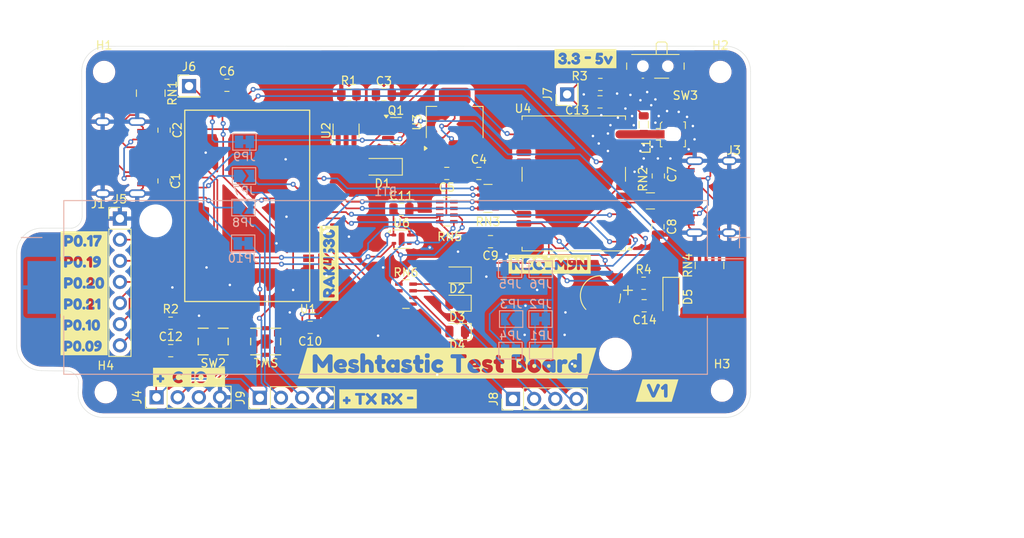
<source format=kicad_pcb>
(kicad_pcb (version 20240108) (generator "pcbnew") (generator_version "8.0")
  (layers (0 "F.Cu" signal) (31 "B.Cu" signal) (34 "B.Paste" user) (35 "F.Paste" user) (36 "B.SilkS" user "B.Silkscreen") (37 "F.SilkS" user "F.Silkscreen") (38 "B.Mask" user) (39 "F.Mask" user) (44 "Edge.Cuts" user))
  (net 0 "")
  (net 1 "VSS")
  (net 2 "Batt")
  (net 3 "/D+")
  (net 4 "/D-")
  (net 5 "+5V")
  (net 6 "Net-(D1-K)")
  (net 7 "VCC")
  (net 8 "GPS_D+")
  (net 9 "GPS_D-")
  (net 10 "Net-(D2-A)")
  (net 11 "Net-(D3-A)")
  (net 12 "Net-(D4-A)")
  (net 14 "Net-(J1-CC2)")
  (net 15 "Net-(J1-CC1)")
  (net 17 "Net-(J2-In)")
  (net 20 "Net-(J3-CC1)")
  (net 21 "Net-(J3-CC2)")
  (net 22 "SWDCLK")
  (net 23 "SWDIO")
  (net 24 "P0.20")
  (net 25 "P0.21")
  (net 26 "P0.09")
  (net 27 "P0.19")
  (net 28 "P0.17")
  (net 29 "P0.10")
  (net 30 "Net-(J6-Pin_1)")
  (net 31 "Net-(J7-Pin_1)")
  (net 32 "Net-(J8-Pin_3)")
  (net 33 "SCL")
  (net 34 "Net-(J8-Pin_4)")
  (net 35 "SDA")
  (net 36 "TX")
  (net 37 "RX")
  (net 38 "Data_Sel")
  (net 39 "/TX{slash}MISO")
  (net 40 "/RX{slash}MOSI")
  (net 41 "Net-(U2-PROG)")
  (net 44 "Net-(RN2-R2.1)")
  (net 45 "Net-(RN2-R1.1)")
  (net 46 "Net-(RN3-R2.1)")
  (net 47 "/SCL{slash}CLK")
  (net 48 "Net-(RN3-R3.1)")
  (net 49 "Net-(RN3-R4.1)")
  (net 50 "/SDA{slash}CS")
  (net 51 "Net-(RN3-R1.1)")
  (net 58 "Timepulse")
  (net 59 "LED2")
  (net 61 "LED1")
  (net 63 "Net-(SW1-A)")
  (net 64 "Net-(SW2-A)")
  (net 65 "LND_EN")
  (net 66 "SAFEBOOT")
  (net 67 "EXTINT")
  (net 68 "RESET")
  (net 74 "Charge_Status")
  (net 83 "Net-(SW2-B)")
  (net 84 "Net-(C13-Pad1)")
  (net 85 "Net-(JP10-B)")
  (net 86 "Net-(SW3-B)")
  (net 87 "Net-(BT2-+)")
  (net 88 "Net-(D5-K)")
  (footprint "Package_TO_SOT_SMD:SOT-223-3_TabPin2" (layer "F.Cu") (at 157.6 125.15 90)
    (property "Reference" "U3")
    (property "Value" "TLV1117-33")
  )
  (footprint "Resistor_SMD:R_Array_Convex_4x0603" (layer "F.Cu") (at 161.6 134.3 180)
    (property "Reference" "RN3")
    (property "Value" "33")
  )
  (footprint "UL_USB:USB_C_Receptical-Jing" (layer "F.Cu") (at 186.4125 134.1 90)
    (property "Reference" "J3")
    (property "Value" "USB_C_Receptacle")
  )
  (footprint "Resistor_SMD:R_Array_Concave_4x0603" (layer "F.Cu") (at 121.1 121.65 -90)
    (property "Reference" "RN1")
    (property "Value" "5.1k")
  )
  (footprint "Button_Switch_SMD:SW_SPDT_PCM12" (layer "F.Cu") (at 181.7 118.73 180)
    (property "Reference" "SW3")
    (property "Value" "SW_SPDT")
  )
  (footprint "UL_Buttons:TS3315A" (layer "F.Cu") (at 128.6 151.5)
    (property "Reference" "SW2")
    (property "Value" "SW_SPST")
  )
  (footprint "Capacitor_SMD:C_0805_2012Metric" (layer "F.Cu") (at 140.25 149.8 180)
    (property "Reference" "C10")
    (property "Value" "100nF")
  )
  (footprint "kibuzzard-665A1BDF" (layer "F.Cu") (at 156.7 154.1)
    (property "Reference" "kibuzzard-665A1BDF" (hide yes))
    (property "Value" "G***" (hide yes))
  )
  (footprint "UL_USB:USB_C_Receptical-Jing" (layer "F.Cu") (at 119.4725 129.395 -90)
    (property "Reference" "J1")
    (property "Value" "USB_C_Receptacle")
  )
  (footprint "MountingHole:MountingHole_2.2mm_M2" (layer "F.Cu") (at 115.7 157.6)
    (property "Reference" "H4")
    (property "Value" "MountingHole")
  )
  (footprint "Resistor_SMD:R_0805_2012Metric" (layer "F.Cu") (at 175.0875 120.6 180)
    (property "Reference" "R3")
    (property "Value" "10")
  )
  (footprint "Resistor_SMD:R_0805_2012Metric" (layer "F.Cu") (at 123.4875 149.3 180)
    (property "Reference" "R2")
    (property "Value" "10k")
  )
  (footprint "LED_SMD:LED_0805_2012Metric" (layer "F.Cu") (at 157.9 150.3 180)
    (property "Reference" "D4")
    (property "Value" "LED_Small")
  )
  (footprint "Resistor_SMD:R_Array_Concave_4x0603" (layer "F.Cu") (at 188.2 142.35 90)
    (property "Reference" "RN4")
    (property "Value" "5.1k")
  )
  (footprint "Connector_PinHeader_2.54mm:PinHeader_1x07_P2.54mm_Vertical" (layer "F.Cu") (at 117.4 136.72)
    (property "Reference" "J5")
    (property "Value" "Conn_01x07")
  )
  (footprint "Capacitor_SMD:C_0805_2012Metric" (layer "F.Cu") (at 149.095 121.8 180)
    (property "Reference" "C3")
    (property "Value" "22uF")
  )
  (footprint "kibuzzard-665A1D5A" (layer "F.Cu") (at 142.5 142.1 90)
    (property "Reference" "kibuzzard-665A1D5A" (hide yes))
    (property "Value" "G***" (hide yes))
  )
  (footprint "Sensor_Humidity:Sensirion_DFN-4-1EP_2x2mm_P1mm_EP0.7x1.6mm" (layer "F.Cu") (at 151.225 139.2)
    (property "Reference" "U6")
    (property "Value" "SHTC3")
  )
  (footprint "Capacitor_SMD:C_0805_2012Metric" (layer "F.Cu") (at 175.05 122.7 180)
    (property "Reference" "C13")
    (property "Value" "100nF")
  )
  (footprint "Resistor_SMD:R_0805_2012Metric" (layer "F.Cu") (at 180.2875 144.5)
    (property "Reference" "R4")
    (property "Value" "1k")
  )
  (footprint "Inductor_SMD:L_0805_2012Metric" (layer "F.Cu") (at 180.3 125.4375 90)
    (property "Reference" "L1")
    (property "Value" "27nH")
  )
  (footprint "Resistor_SMD:R_Array_Concave_4x0603" (layer "F.Cu") (at 151.75 145.8)
    (property "Reference" "RN6")
    (property "Value" "5.1k")
  )
  (footprint "UE-Battery:SEIKO_ML414H_IV01E" (layer "F.Cu") (at 175.1 146)
    (property "Reference" "BT2" (hide yes))
    (property "Value" "Battery_Cell")
  )
  (footprint "Capacitor_SMD:C_0805_2012Metric" (layer "F.Cu") (at 182.05 131.6 90)
    (property "Reference" "C7")
    (property "Value" "TBD")
  )
  (footprint "Connector_PinHeader_2.54mm:PinHeader_1x01_P2.54mm_Vertical" (layer "F.Cu") (at 125.7 120.8)
    (property "Reference" "J6")
    (property "Value" "Bodge")
  )
  (footprint "Resistor_SMD:R_Array_Convex_2x0603" (layer "F.Cu") (at 181.1 134.6)
    (property "Reference" "RN2")
    (property "Value" "27")
  )
  (footprint "MountingHole:MountingHole_2.2mm_M2" (layer "F.Cu") (at 115.5 119.1)
    (property "Reference" "H1")
    (property "Value" "MountingHole")
  )
  (footprint "Connector_Coaxial:U.FL_Molex_MCRF_73412-0110_Vertical" (layer "F.Cu") (at 183.8 126.6 -90)
    (property "Reference" "J2" (hide yes))
    (property "Value" "U.FL")
  )
  (footprint "kibuzzard-665A1CD2" (layer "F.Cu") (at 173.3 117.5)
    (property "Reference" "kibuzzard-665A1CD2" (hide yes))
    (property "Value" "G***" (hide yes))
  )
  (footprint "UL_Buttons:TS3315A" (layer "F.Cu") (at 134.9 151.5 180)
    (property "Reference" "SW1")
    (property "Value" "SW_SPST")
  )
  (footprint "Diode_SMD:D_SOD-123" (layer "F.Cu") (at 148.95 130.5 180)
    (property "Reference" "D1")
    (property "Value" "D_Schottky")
  )
  (footprint "Connector_PinHeader_2.54mm:PinHeader_1x01_P2.54mm_Vertical" (layer "F.Cu") (at 171.1 121.8 90)
    (property "Reference" "J7")
    (property "Value" "Conn_01x01")
  )
  (footprint "Capacitor_SMD:C_0805_2012Metric" (layer "F.Cu") (at 122.7 126.1 90)
    (property "Reference" "C2")
    (property "Value" "TBD")
  )
  (footprint "kibuzzard-665A1D6B" (layer "F.Cu") (at 169 142.2)
    (property "Reference" "kibuzzard-665A1D6B" (hide yes))
    (property "Value" "G***" (hide yes))
  )
  (footprint "Resistor_SMD:R_Array_Concave_4x0603" (layer "F.Cu") (at 156.65 135.9)
    (property "Reference" "RN5")
    (property "Value" "5.1k")
  )
  (footprint "Connector_PinHeader_2.54mm:PinHeader_1x04_P2.54mm_Vertical" (layer "F.Cu") (at 134.2 158.26 90)
    (property "Reference" "J9")
    (property "Value" "Conn_01x04")
  )
  (footprint "kibuzzard-665A1E07" (layer "F.Cu") (at 181.9 157.4)
    (property "Reference" "kibuzzard-665A1E07" (hide yes))
    (property "Value" "G***" (hide yes))
  )
  (footprint "Package_TO_SOT_SMD:SOT-23" (layer "F.Cu") (at 150.545 126.1375)
    (property "Reference" "Q1")
    (property "Value" "AO3401A")
  )
  (footprint "Capacitor_SMD:C_0805_2012Metric" (layer "F.Cu") (at 160.5 131.3)
    (property "Reference" "C4")
    (property "Value" "10uF")
  )
  (footprint "Capacitor_SMD:C_0805_2012Metric" (layer "F.Cu") (at 180.35 147.2)
    (property "Reference" "C14")
    (property "Value" "100nF")
  )
  (footprint "Connector_PinHeader_2.54mm:PinHeader_1x04_P2.54mm_Vertical" (layer "F.Cu") (at 121.8 158.2 90)
    (property "Reference" "J4")
    (property "Value" "Conn_01x04")
  )
  (footprint "Capacitor_SMD:C_0805_2012Metric" (layer "F.Cu") (at 156.65 131.3 180)
    (property "Reference" "C5")
    (property "Value" "10uF")
  )
  (footprint "LED_SMD:LED_0805_2012Metric" (layer "F.Cu") (at 157.9 146.9 180)
    (property "Reference" "D3")
    (property "Value" "LED_Small")
  )
  (footprint "Capacitor_SMD:C_0805_2012Metric" (layer "F.Cu") (at 122.7 132.2 -90)
    (property "Reference" "C1")
    (property "Value" "TBD")
  )
  (footprint "UL_Module:RAK4630" (layer "F.Cu") (at 125.185 146.695 90)
    (property "Reference" "U1")
    (property "Value" "RAK4630")
  )
  (footprint "kibuzzard-665A1CA2" (layer "F.Cu") (at 148.4 158.4)
    (property "Reference" "kibuzzard-665A1CA2" (hide yes))
    (property "Value" "G***" (hide yes))
  )
  (footprint "RF_GPS:ublox_NEO" (layer "F.Cu") (at 171.9 132.5 180)
    (property "Reference" "U4")
    (property "Value" "NEO-M9N")
  )
  (footprint "kibuzzard-665A1C19" (layer "F.Cu") (at 113.1 145.7)
    (property "Reference" "kibuzzard-665A1C19" (hide yes))
    (property "Value" "G***" (hide yes))
  )
  (footprint "LED_SMD:LED_0805_2012Metric" (layer "F.Cu") (at 157.9 143.5 180)
    (property "Reference" "D2")
    (property "Value" "LED_Small")
  )
  (footprint "Connector_PinHeader_2.54mm:PinHeader_1x04_P2.54mm_Vertical" (layer "F.Cu") (at 164.6 158.4 90)
    (property "Reference" "J8")
    (property "Value" "OledDisplay")
  )
  (footprint "Capacitor_SMD:C_0805_2012Metric" (layer "F.Cu") (at 151.2 135.6 180)
    (property "Reference" "C11")
    (property "Value" "100nF")
  )
  (footprint "Capacitor_SMD:C_0805_2012Metric" (layer "F.Cu") (at 130.25 120.7)
    (property "Reference" "C6")
    (property "Value" "100nF")
  )
  (footprint "MountingHole:MountingHole_2.2mm_M2" (layer "F.Cu") (at 189.7 157.4)
    (property "Reference" "H3")
    (property "Value" "MountingHole")
  )
  (footprint "MountingHole:MountingHole_2.2mm_M2" (layer "F.Cu") (at 189.5 119.1)
    (property "Reference" "H2")
    (property "Value" "MountingHole")
  )
  (footprint "Capacitor_SMD:C_0805_2012Metric" (layer "F.Cu") (at 182 137.7 -90)
    (property "Reference" "C8")
    (property "Value" "TBD")
  )
  (footprint "Package_TO_SOT_SMD:TSOT-23-5" (layer "F.Cu") (at 144.5575 126.15 90)
    (property "Reference" "U2")
    (property "Value" "LTC4054ES5")
  )
  (footprint "Resistor_SMD:R_0805_2012Metric" (layer "F.Cu") (at 144.895 121.8)
    (property "Reference" "R1")
    (property "Value" "R_Small")
  )
  (footprint "Capacitor_SMD:C_0805_2012Metric" (layer "F.Cu") (at 161.9 139.5 180)
    (property "Reference" "C9")
    (property "Value" "100nF")
  )
  (footprint "kibuzzard-665A1C85" (layer "F.Cu") (at 125.7 155.8)
    (property "Reference" "kibuzzard-665A1C85" (hide yes))
    (property "Value" "G***" (hide yes))
  )
  (footprint "Capacitor_SMD:C_0805_2012Metric" (layer "F.Cu") (at 123.5 152.6)
    (property "Reference" "C12")
    (property "Value" "100nF")
  )
  (footprint "Diode_SMD:D_SOD-123" (layer "F.Cu") (at 183.6 146.145 -90)
    (property "Reference" "D5")
    (property "Value" "D_Schottky")
  )
  (footprint "Jumper:SolderJumper-2_P1.3mm_Bridged_Pad1.0x1.5mm" (layer "B.Cu") (at 164.3 152.6 180)
    (property "Reference" "JP4")
    (property "Value" "Jumper_2_Bridged")
  )
  (footprint "Jumper:SolderJumper-2_P1.3mm_Open_TrianglePad1.0x1.5mm" (layer "B.Cu") (at 132.3 131.6)
    (property "Reference" "JP7")
    (property "Value" "Jumper_2_Open")
  )
  (footprint "Jumper:SolderJumper-2_P1.3mm_Bridged_Pad1.0x1.5mm" (layer "B.Cu") (at 167.9 148.8 180)
    (property "Reference" "JP2")
    (property "Value" "JClosed")
  )
  (footprint "Jumper:SolderJumper-2_P1.3mm_Open_TrianglePad1.0x1.5mm" (layer "B.Cu") (at 164.375 148.8 180)
    (property "Reference" "JP3")
    (property "Value" "Jumper_2_Open")
  )
  (footprint "Jumper:SolderJumper-2_P1.3mm_Bridged_Pad1.0x1.5mm" (layer "B.Cu") (at 132.2 139.7)
    (property "Reference" "JP10")
    (property "Value" "Jumper_2_Bridged")
  )
  (footprint "Jumper:SolderJumper-2_P1.3mm_Open_TrianglePad1.0x1.5mm" (layer "B.Cu") (at 167.925 142.8)
    (property "Reference" "JP6")
    (property "Value" "Jumper_2_Open")
  )
  (footprint "Jumper:SolderJumper-2_P1.3mm_Open_TrianglePad1.0x1.5mm" (layer "B.Cu") (at 167.975 152.6 180)
    (property "Reference" "JP1")
    (property "Value" "JOpen")
  )
  (footprint "Jumper:SolderJumper-2_P1.3mm_Bridged_Pad1.0x1.5mm" (layer "B.Cu") (at 164.25 142.8)
    (property "Reference" "JP5")
    (property "Value" "Jumper_2_Bridged")
  )
  (footprint "Jumper:SolderJumper-2_P1.3mm_Bridged_Pad1.0x1.5mm" (layer "B.Cu") (at 132.35 127.5)
    (property "Reference" "JP9")
    (property "Value" "Jumper_2_Bridged")
  )
  (footprint "Battery:BatteryHolder_Keystone_1042_1x18650" (layer "B.Cu") (at 149.3 145 180)
    (property "Reference" "BT1")
    (property "Value" "Battery_Cell")
  )
  (footprint "Jumper:SolderJumper-2_P1.3mm_Open_TrianglePad1.0x1.5mm" (layer "B.Cu") (at 132.225 135.4)
    (property "Reference" "JP8")
    (property "Value" "Jumper_2_Open")
  )
  (gr_line (start 108 137.87868) (end 111.597914 137.882084) (stroke (width 0.05)) (layer "Edge.Cuts"))
  (gr_arc (start 112.82132 119.02132) (mid 113.7 116.9) (end 115.82132 116.02132) (stroke (width 0.05)) (layer "Edge.Cuts"))
  (gr_line (start 112.860314 136.442744) (end 112.82132 119.02132) (stroke (width 0.05)) (layer "Edge.Cuts"))
  (gr_line (start 190.12132 160.62132) (end 115.37868 160.62132) (stroke (width 0.05)) (layer "Edge.Cuts"))
  (gr_arc (start 105 140.87868) (mid 105.87868 138.75736) (end 108 137.87868) (stroke (width 0.05)) (layer "Edge.Cuts"))
  (gr_line (start 112.37868 157.62132) (end 112.43934 156.31066) (stroke (width 0.05)) (layer "Edge.Cuts"))
  (gr_line (start 111 155.04826) (end 108 155) (stroke (width 0.05)) (layer "Edge.Cuts"))
  (gr_arc (start 193.12132 157.62132) (mid 192.24264 159.74264) (end 190.12132 160.62132) (stroke (width 0.05)) (layer "Edge.Cuts"))
  (gr_arc (start 190.12132 116) (mid 192.24264 116.87868) (end 193.12132 119) (stroke (width 0.05)) (layer "Edge.Cuts"))
  (gr_line (start 105 152) (end 105 140.87868) (stroke (width 0.05)) (layer "Edge.Cuts"))
  (gr_arc (start 115.37868 160.62132) (mid 113.25736 159.74264) (end 112.37868 157.62132) (stroke (width 0.05)) (layer "Edge.Cuts"))
  (gr_line (start 193.12132 119) (end 193.12132 157.62132) (stroke (width 0.05)) (layer "Edge.Cuts"))
  (gr_line (start 115.82132 116.02132) (end 190.12132 116) (stroke (width 0.05)) (layer "Edge.Cuts"))
  (gr_arc (start 112.860314 136.442744) (mid 112.5 137.4) (end 111.597914 137.882084) (stroke (width 0.05)) (layer "Edge.Cuts"))
  (gr_arc (start 108 155) (mid 105.87868 154.12132) (end 105 152) (stroke (width 0.05)) (layer "Edge.Cuts"))
  (gr_arc (start 111 155.04826) (mid 111.957256 155.408574) (end 112.43934 156.31066) (stroke (width 0.05)) (layer "Edge.Cuts"))
  (segment (start 177.9 125.4) (end 178.9 124.4) (width 0.2) (layer "F.Cu") (net 1))
  (segment (start 120.1725 132.72) (end 120.1725 133.015) (width 0.2) (layer "F.Cu") (net 1))
  (segment (start 174.1 122.7) (end 174 122.7) (width 0.2) (layer "F.Cu") (net 1))
  (segment (start 137.8 148) (end 136.875 147.075) (width 0.2) (layer "F.Cu") (net 1))
  (segment (start 136.875 146.565) (end 136.875 146.065) (width 0.2) (layer "F.Cu") (net 1))
  (segment (start 174 122.7) (end 173.1 121.8) (width 0.2) (layer "F.Cu") (net 1))
  (segment (start 185.7125 137.72) (end 186.4125 138.42) (width 0.2) (layer "F.Cu") (net 1))
  (segment (start 125.435 146.565) (end 127.275 146.565) (width 0.2) (layer "F.Cu") (net 1))
  (segment (start 120.1725 133.015) (end 119.4725 133.715) (width 0.2) (layer "F.Cu") (net 1))
  (segment (start 136.875 147.075) (end 136.875 146.565) (width 0.2) (layer "F.Cu") (net 1))
  (segment (start 120.1725 125.775) (end 119.4725 125.075) (width 0.2) (layer "F.Cu") (net 1))
  (segment (start 185.7125 137.175) (end 185.7125 137.425) (width 0.2) (layer "F.Cu") (net 1))
  (segment (start 177.9 125.5) (end 177.9 125.4) (width 0.2) (layer "F.Cu") (net 1))
  (segment (start 177.9 127.7) (end 178.412648 127.7) (width 0.2) (layer "F.Cu") (net 1))
  (segment (start 179.312648 128.6) (end 179.9 128.6) (width 0.2) (layer "F.Cu") (net 1))
  (segment (start 122.55 152.6) (end 123.5875 151.5625) (width 0.2) (layer "F.Cu") (net 1))
  (segment (start 185.7125 131.025) (end 185.7125 130.48) (width 0.2) (layer "F.Cu") (net 1))
  (segment (start 136.875 146.065) (end 137.64 145.3) (width 0.2) (layer "F.Cu") (net 1))
  (segment (start 137.64 145.3) (end 138.2 145.3) (width 0.2) (layer "F.Cu") (net 1))
  (segment (start 123.5875 148.4125) (end 125.435 146.565) (width 0.2) (layer "F.Cu") (net 1))
  (segment (start 174.1 123.2) (end 174.1 122.7) (width 0.2) (layer "F.Cu") (net 1))
  (segment (start 178.412648 127.7) (end 179.312648 128.6) (width 0.2) (layer "F.Cu") (net 1))
  (segment (start 120.1725 126.07) (end 120.1725 125.775) (width 0.2) (layer "F.Cu") (net 1))
  (segment (start 123.5875 151.5625) (end 123.5875 148.4125) (width 0.2) (layer "F.Cu") (net 1))
  (segment (start 175.2 124.3) (end 174.1 123.2) (width 0.2) (layer "F.Cu") (net 1))
  (segment (start 129.42 158.2) (end 129.42 156.23) (width 0.2) (layer "F.Cu") (net 1))
  (segment (start 120.1725 132.47) (end 120.1725 132.72) (width 0.2) (layer "F.Cu") (net 1))
  (segment (start 185.7125 137.175) (end 185.7125 137.72) (width 0.2) (layer "F.Cu") (net 1))
  (segment (start 129.42 156.23) (end 133.15 152.5) (width 0.2) (layer "F.Cu") (net 1))
  (segment (start 120.1725 126.32) (end 120.1725 126.07) (width 0.2) (layer "F.Cu") (net 1))
  (segment (start 185.7125 130.48) (end 186.4125 129.78) (width 0.2) (layer "F.Cu") (net 1))
  (via (at 173.1 121.8) (size 0.6) (drill 0.3) (layers "F.Cu" "B.Cu") (net 1))
  (via (at 142.2 143.6) (size 0.6) (drill 0.3) (layers "F.Cu" "B.Cu") (net 1))
  (via (at 177.2 124.6) (size 0.6) (drill 0.3) (layers "F.Cu" "B.Cu") (net 1))
  (via (at 127.7 128.8) (size 0.6) (drill 0.3) (layers "F.Cu" "B.Cu") (net 1))
  (via (at 185.7 128.4) (size 0.6) (drill 0.3) (layers "F.Cu" "B.Cu") (net 1))
  (via (at 179.1 125.5) (size 0.6) (drill 0.3) (layers "F.Cu" "B.Cu") (net 1))
  (via (at 149 142.6) (size 0.6) (drill 0.3) (layers "F.Cu" "B.Cu") (net 1))
  (via (at 181.7 125.2) (size 0.6) (drill 0.3) (layers "F.Cu" "B.Cu") (net 1))
  (via (at 185.5 124.5) (size 0.6) (drill 0.3) (layers "F.Cu" "B.Cu") (net 1))
  (via (at 182.1 124.4) (size 0.6) (drill 0.3) (layers "F.Cu" "B.Cu") (net 1))
  (via (at 158 140.7) (size 0.6) (drill 0.3) (layers "F.Cu" "B.Cu") (net 1))
  (via (at 154.6 140.2) (size 0.6) (drill 0.3) (layers "F.Cu" "B.Cu") (net 1))
  (via (at 180.1 130.5) (size 0.6) (drill 0.3) (layers "F.Cu" "B.Cu") (net 1))
  (via (at 183.1 123.8) (size 0.6) (drill 0.3) (layers "F.Cu" "B.Cu") (net 1))
  (via (at 178.9 124.4) (size 0.6) (drill 0.3) (layers "F.Cu" "B.Cu") (net 1))
  (via (at 176 128.6) (size 0.6) (drill 0.3) (layers "F.Cu" "B.Cu") (net 1))
  (via (at 148.4 150.8) (size 0.6) (drill 0.3) (layers "F.Cu" "B.Cu") (net 1))
  (via (at 127.8 142.6) (size 0.6) (drill 0.3) (layers "F.Cu" "B.Cu") (net 1))
  (via (at 182 129.5) (size 0.6) (drill 0.3) (layers "F.Cu" "B.Cu") (net 1))
  (via (at 136.2 139.7) (size 0.6) (drill 0.3) (layers "F.Cu" "B.Cu") (net 1))
  (via (at 180.3 129.5) (size 0.6) (drill 0.3) (layers "F.Cu" "B.Cu") (net 1))
  (via (at 161.4 143.7) (size 0.6) (drill 0.3) (layers "F.Cu" "B.Cu") (net 1))
  (via (at 138.2 145.3) (size 0.6) (drill 0.3) (layers "F.Cu" "B.Cu") (net 1))
  (via (at 137.4 136.5) (size 0.6) (drill 0.3) (layers "F.Cu" "B.Cu") (net 1))
  (via (at 179.9 128.6) (size 0.6) (drill 0.3) (layers "F.Cu" "B.Cu") (net 1))
  (via (at 175.2 124.3) (size 0.6) (drill 0.3) (layers "F.Cu" "B.Cu") (net 1))
  (via (at 166 150.7) (size 0.6) (drill 0.3) (layers "F.Cu" "B.Cu") (net 1))
  (via (at 144.9 138.9) (size 0.6) (drill 0.3) (layers "F.Cu" "B.Cu") (net 1))
  (via (at 170.9 148) (size 0.6) (drill 0.3) (layers "F.Cu" "B.Cu") (net 1))
  (via (at 186.4 127.2) (size 0.6) (drill 0.3) (layers "F.Cu" "B.Cu") (net 1))
  (via (at 155.5 155.5) (size 0.6) (drill 0.3) (layers "F.Cu" "B.Cu") (net 1))
  (via (at 130.6 144.7) (size 0.6) (drill 0.3) (layers "F.Cu" "B.Cu") (net 1))
  (via (at 137.8 148) (size 0.6) (drill 0.3) (layers "F.Cu" "B.Cu") (net 1))
  (via (at 171.7 154.2) (size 0.6) (drill 0.3) (layers "F.Cu" "B.Cu") (net 1))
  (via (at 167.5 145.3) (size 0.6) (drill 0.3) (layers "F.Cu" "B.Cu") (net 1))
  (via (at 179.2 131.1) (size 0.6) (drill 0.3) (layers "F.Cu" "B.Cu") (net 1))
  (via (at 181.7 122.4) (size 0.6) (drill 0.3) (layers "F.Cu" "B.Cu") (net 1))
  (via (at 179.9 122.5) (size 0.6) (drill 0.3) (layers "F.Cu" "B.Cu") (net 1))
  (via (at 176 126.5) (size 0.6) (drill 0.3) (layers "F.Cu" "B.Cu") (net 1))
  (via (at 180.713742 121.515498) (size 0.6) (drill 0.3) (layers "F.Cu" "B.Cu") (net 1))
  (via (at 123.7 145) (size 0.6) (drill 0.3) (layers "F.Cu" "B.Cu") (net 1))
  (via (at 177.1 121.7) (size 0.6) (drill 0.3) (layers "F.Cu" "B.Cu") (net 1))
  (via (at 181.3 128.1) (size 0.6) (drill 0.3) (layers "F.Cu" "B.Cu") (net 1))
  (via (at 137.3 129.6) (size 0.6) (drill 0.3) (layers "F.Cu" "B.Cu") (net 1))
  (via (at 163.8 141) (size 0.6) (drill 0.3) (layers "F.Cu" "B.Cu") (net 1))
  (via (at 178.7 121.86) (size 0.6) (drill 0.3) (layers "F.Cu" "B.Cu") (net 1))
  (via (at 166.1 147.2) (size 0.6) (drill 0.3) (layers "F.Cu" "B.Cu") (net 1))
  (via (at 183.5 129.5) (size 0.6) (drill 0.3) (layers "F.Cu" "B.Cu") (net 1))
  (via (at 180.3 127.9) (size 0.6) (drill 0.3) (layers "F.Cu" "B.Cu") (net 1))
  (via (at 184.5 123.9) (size 0.6) (drill 0.3) (layers "F.Cu" "B.Cu") (net 1))
  (via (at 178.1 123.5) (size 0.6) (drill 0.3) (layers "F.Cu" "B.Cu") (net 1))
  (via (at 126.9 148.4) (size 0.6) (drill 0.3) (layers "F.Cu" "B.Cu") (net 1))
  (via (at 174.2 126.8) (size 0.6) (drill 0.3) (layers "F.Cu" "B.Cu") (net 1))
  (via (at 181.2 123.1) (size 0.6) (drill 0.3) (layers "F.Cu" "B.Cu") (net 1))
  (via (at 174.9 127.7) (size 0.6) (drill 0.3) (layers "F.Cu" "B.Cu") (net 1))
  (via (at 176.3 125.5) (size 0.6) (drill 0.3) (layers "F.Cu" "B.Cu") (net 1))
  (via (at 186.2 125.6) (size 0.6) (drill 0.3) (layers "F.Cu" "B.Cu") (net 1))
  (via (at 170.8 150.7) (size 0.6) (drill 0.3) (layers "F.Cu" "B.Cu") (net 1))
  (segment (start 151.4825 126.1375) (end 151.4825 126.690877) (width 0.2) (layer "F.Cu") (net 2))
  (segment (start 151.4825 126.690877) (end 151.027439 127.145938) (width 0.2) (layer "F.Cu") (net 2))
  (segment (start 153.5 125) (end 152.3625 126.1375) (width 0.2) (layer "F.Cu") (net 2))
  (segment (start 152.3625 126.1375) (end 151.4825 126.1375) (width 0.2) (layer "F.Cu") (net 2))
  (segment (start 145.52 127.3) (end 145.5075 127.2875) (width 0.2) (layer "F.Cu") (net 2))
  (segment (start 146.5 127.3) (end 145.52 127.3) (width 0.2) (layer "F.Cu") (net 2))
  (via (at 151.027439 127.145938) (size 0.6) (drill 0.3) (layers "F.Cu" "B.Cu") (net 2))
  (via (at 153.5 125) (size 0.6) (drill 0.3) (layers "F.Cu" "B.Cu") (net 2))
  (via (at 146.5 127.3) (size 0.6) (drill 0.3) (layers "F.Cu" "B.Cu") (net 2))
  (segment (start 160 125) (end 153.5 125) (width 0.2) (layer "B.Cu") (net 2))
  (segment (start 146.5 127.3) (end 133.2 127.3) (width 0.2) (layer "B.Cu") (net 2))
  (segment (start 133 129) (end 133 127.5) (width 0.2) (layer "B.Cu") (net 2))
  (segment (start 131.55 139.7) (end 127.45 135.6) (width 0.2) (layer "B.Cu") (net 2))
  (segment (start 146.5 127.3) (end 150.873377 127.3) (width 0.2) (layer "B.Cu") (net 2))
  (segment (start 130.916529 129) (end 133 129) (width 0.2) (layer "B.Cu") (net 2))
  (segment (start 164 129) (end 160 125) (width 0.2) (layer "B.Cu") (net 2))
  (segment (start 127.45 135.6) (end 127.45 132.466529) (width 0.2) (layer "B.Cu") (net 2))
  (segment (start 188.63 145) (end 172.63 129) (width 0.2) (layer "B.Cu") (net 2))
  (segment (start 127.45 132.466529) (end 130.916529 129) (width 0.2) (layer "B.Cu") (net 2))
  (segment (start 172.63 129) (end 164 129) (width 0.2) (layer "B.Cu") (net 2))
  (segment (start 133.2 127.3) (end 133 127.5) (width 0.2) (layer "B.Cu") (net 2))
  (segment (start 150.873377 127.3) (end 151.027439 127.145938) (width 0.2) (layer "B.Cu") (net 2))
  (segment (start 120.1725 130.145) (end 120.975 130.145) (width 0.2) (layer "F.Cu") (net 3))
  (segment (start 120.975 130.145) (end 122 129.12) (width 0.2) (layer "F.Cu") (net 3))
  (segment (start 122.7 129.62) (end 122.2 129.12) (width 0.2) (layer "F.Cu") (net 3))
  (segment (start 122.7 131.25) (end 122.7 129.62) (width 0.2) (layer "F.Cu") (net 3))
  (segment (start 122.2 129.12) (end 122 129.12) (width 0.2) (layer "F.Cu") (net 3))
  (segment (start 125.04 129.12) (end 122.2 129.12) (width 0.2) (layer "F.Cu") (net 3))
  (segment (start 121.247501 129.12) (end 121.222501 129.145) (width 0.2) (layer "F.Cu") (net 3))
  (segment (start 125.315 129.395) (end 125.04 129.12) (width 0.2) (layer "F.Cu") (net 3))
  (segment (start 121.222501 129.145) (end 120.1725 129.145) (width 0.2) (layer "F.Cu") (net 3))
  (segment (start 122 129.12) (end 121.247501 129.12) (width 0.2) (layer "F.Cu") (net 3))
  (segment (start 119.2475 128.645) (end 120.1725 128.645) (width 0.2) (layer "F.Cu") (net 4))
  (segment (start 124.755 128.645) (end 124.293264 128.645) (width 0.2) (layer "F.Cu") (net 4))
  (segment (start 122.7 128.37) (end 122.4 128.67) (width 0.2) (layer "F.Cu") (net 4))
  (segment (start 119 128.8925) (end 119.2475 128.645) (width 0.2) (layer "F.Cu") (net 4))
  (segment (start 125.315 128.195) (end 125.205 128.195) (width 0.2) (layer "F.Cu") (net 4))
  (segment (start 125.205 128.195) (end 124.755 128.645) (width 0.2) (layer "F.Cu") (net 4))
  (segment (start 120.1725 129.645) (end 119.345 129.645) (width 0.2) (layer "F.Cu") (net 4))
  (segment (start 120.1725 128.645) (end 121.222501 128.645) (width 0.2) (layer "F.Cu") (net 4))
  (segment (start 121.247501 128.67) (end 122.4 128.67) (width 0.2) (layer "F.Cu") (net 4))
  (segment (start 122.7 127.05) (end 122.7 128.37) (width 0.2) (layer "F.Cu") (net 4))
  (segment (start 119.345 129.645) (end 119 129.3) (width 0.2) (layer "F.Cu") (net 4))
  (segment (start 124.293264 128.645) (end 124.268264 128.67) (width 0.2) (layer "F.Cu") (net 4))
  (segment (start 119 129.3) (end 119 128.8925) (width 0.2) (layer "F.Cu") (net 4))
  (segment (start 121.222501 128.645) (end 121.247501 128.67) (width 0.2) (layer "F.Cu") (net 4))
  (segment (start 122.4 128.67) (end 124.268264 128.67) (width 0.2) (layer "F.Cu") (net 4))
  (segment (start 149.4325 125.0125) (end 149.6075 125.1875) (width 0.2) (layer "F.Cu") (net 5))
  (segment (start 186.785 136.315) (end 187 136.1) (width 0.2) (layer "F.Cu") (net 5))
  (segment (start 147.3 128.016948) (end 149.6075 125.709448) (width 0.2) (layer "F.Cu") (net 5))
  (segment (start 148.145 123.725) (end 149.6075 125.1875) (width 0.2) (layer "F.Cu") (net 5))
  (segment (start 186.0225 131.885) (end 188.015 131.885) (width 0.2) (layer "F.Cu") (net 5))
  (segment (start 179.784314 117.4) (end 181.068629 117.4) (width 0.2) (layer "F.Cu") (net 5))
  (segment (start 147.3 130.5) (end 147.3 128.016948) (width 0.2) (layer "F.Cu") (net 5))
  (segment (start 188.015 131.885) (end 188.3 131.6) (width 0.2) (layer "F.Cu") (net 5))
  (segment (start 145.5075 125.0125) (end 149.4325 125.0125) (width 0.2) (layer "F.Cu") (net 5))
  (segment (start 118.7 127.5) (end 118.98 127.22) (width 0.2) (layer "F.Cu") (net 5))
  (segment (start 188.3 124.51) (end 183.95 120.16) (width 0.2) (layer "F.Cu") (net 5))
  (segment (start 120.1725 126.87) (end 121.0475 126.87) (width 0.2) (layer "F.Cu") (net 5))
  (segment (start 149.6075 125.709448) (end 149.6075 125.1875) (width 0.2) (layer "F.Cu") (net 5))
  (segment (start 125.315 126.995) (end 126.335 125.975) (width 0.2) (layer "F.Cu") (net 5))
  (segment (start 148.145 121.8) (end 148.145 123.725) (width 0.2) (layer "F.Cu") (net 5))
  (segment (start 188.3 131.6) (end 188.3 124.51) (width 0.2) (layer "F.Cu") (net 5))
  (segment (start 183.828629 120.16) (end 183.95 120.16) (width 0.2) (layer "F.Cu") (net 5))
  (segment (start 181.068629 117.4) (end 183.828629 120.16) (width 0.2) (layer "F.Cu") (net 5))
  (segment (start 121.6675 126.25) (end 124.57 126.25) (width 0.2) (layer "F.Cu") (net 5))
  (segment (start 155.995 118.8) (end 178.384314 118.8) (width 0.2) (layer "F.Cu") (net 5))
  (segment (start 144.545 125.975) (end 145.5075 125.0125) (width 0.2) (layer "F.Cu") (net 5))
  (segment (start 185.7125 136.375) (end 185.7725 136.315) (width 0.2) (layer "F.Cu") (net 5))
  (segment (start 126.335 125.975) (end 144.545 125.975) (width 0.2) (layer "F.Cu") (net 5))
  (segment (start 118.19 131.61) (end 117.9 131.9) (width 0.2) (layer "F.Cu") (net 5))
  (segment (start 120.0725 127.22) (end 120.1725 127.12) (width 0.2) (layer "F.Cu") (net 5))
  (segment (start 118.98 127.22) (end 120.0725 127.22) (width 0.2) (layer "F.Cu") (net 5))
  (segment (start 185.7725 136.315) (end 186.785 136.315) (width 0.2) (layer "F.Cu") (net 5))
  (segment (start 185.7125 131.575) (end 186.0225 131.885) (width 0.2) (layer "F.Cu") (net 5))
  (segment (start 120.1725 127.12) (end 120.1725 126.87) (width 0.2) (layer "F.Cu") (net 5))
  (segment (start 149.6075 125.1875) (end 155.995 118.8) (width 0.2) (layer "F.Cu") (net 5))
  (segment (start 119.8625 131.61) (end 118.19 131.61) (width 0.2) (layer "F.Cu") (net 5))
  (segment (start 124.57 126.25) (end 125.315 126.995) (width 0.2) (layer "F.Cu") (net 5))
  (segment (start 178.384314 118.8) (end 179.784314 117.4) (width 0.2) (layer "F.Cu") (net 5))
  (segment (start 121.0475 126.87) (end 121.6675 126.25) (width 0.2) (layer "F.Cu") (net 5))
  (segment (start 120.1725 131.92) (end 119.8625 131.61) (width 0.2) (layer "F.Cu") (net 5))
  (via (at 187 136.1) (size 0.6) (drill 0.3) (layers "F.Cu" "B.Cu") (net 5))
  (via (at 118.7 127.5) (size 0.6) (drill 0.3) (layers "F.Cu" "B.Cu") (net 5))
  (via (at 188.015 131.885) (size 0.6) (drill 0.3) (layers "F.Cu" "B.Cu") (net 5))
  (via (at 117.9 131.9) (size 0.6) (drill 0.3) (layers "F.Cu" "B.Cu") (net 5))
  (segment (start 187 136.1) (end 188.015 135.085) (width 0.2) (layer "B.Cu") (net 5))
  (segment (start 188.015 135.085) (end 188.015 131.885) (width 0.2) (layer "B.Cu") (net 5))
  (segment (start 117.9 128.3) (end 118.7 127.5) (width 0.2) (layer "B.Cu") (net 5))
  (segment (start 117.9 131.9) (end 117.9 128.3) (width 0.2) (layer "B.Cu") (net 5))
  (segment (start 151.012616 128.08) (end 150.6 128.08) (width 0.2) (layer "F.Cu") (net 6))
  (segment (start 159.55 128.65) (end 159.9 128.3) (width 0.2) (layer "F.Cu") (net 6))
  (segment (start 159.9 128.3) (end 157.65 126.05) (width 0.2) (layer "F.Cu") (net 6))
  (segment (start 159.55 131.3) (end 159.55 128.65) (width 0.2) (layer "F.Cu") (net 6))
  (segment (start 156.219239 127) (end 152.092616 127) (width 0.2) (layer "F.Cu") (net 6))
  (segment (start 150.6 130.5) (end 150.6 128.08) (width 0.2) (layer "F.Cu") (net 6))
  (segment (start 152.092616 127) (end 151.012616 128.08) (width 0.2) (layer "F.Cu") (net 6))
  (segment (start 150.6 130.5) (end 150.85 130.25) (width 0.2) (layer "F.Cu") (net 6))
  (segment (start 157.65 126.05) (end 157.169239 126.05) (width 0.2) (layer "F.Cu") (net 6))
  (segment (start 150.6 128.08) (end 149.6075 127.0875) (width 0.2) (layer "F.Cu") (net 6))
  (segment (start 157.169239 126.05) (end 156.219239 127) (width 0.2) (layer "F.Cu") (net 6))
  (segment (start 138.2 143.54) (end 135.675 146.065) (width 0.2) (layer "F.Cu") (net 7))
  (segment (start 121.75 158.15) (end 121.75 150.125) (width 0.2) (layer "F.Cu") (net 7))
  (segment (start 175.6 134.619239) (end 177.319239 132.9) (width 0.2) (layer "F.Cu") (net 7))
  (segment (start 183.6 147.795) (end 184.5 146.895) (width 0.2) (layer "F.Cu") (net 7))
  (segment (start 157.6 127.50874) (end 157.214115 127.122855) (width 0.2) (layer "F.Cu") (net 7))
  (segment (start 169.099998 141.1) (end 168.9 141.299998) (width 0.2) (layer "F.Cu") (net 7))
  (segment (start 168.9 139.443676) (end 168.9 141.299998) (width 0.2) (layer "F.Cu") (net 7))
  (segment (start 155.475 136.625) (end 155.8 136.3) (width 0.2) (layer "F.Cu") (net 7))
  (segment (start 129.715 123.825) (end 129.715 125.215) (width 0.2) (layer "F.Cu") (net 7))
  (segment (start 175.6 135.319239) (end 175.6 134.619239) (width 0.2) (layer "F.Cu") (net 7))
  (segment (start 184.5 146.895) (end 184.5 144) (width 0.2) (layer "F.Cu") (net 7))
  (segment (start 129.3 123.41) (end 129.715 123.825) (width 0.2) (layer "F.Cu") (net 7))
  (segment (start 138.41 149.8) (end 135.675 147.065) (width 0.2) (layer "F.Cu") (net 7))
  (segment (start 162.85 139.5) (end 163.95 138.4) (width 0.2) (layer "F.Cu") (net 7))
  (segment (start 168.3 138.843676) (end 168.9 139.443676) (width 0.2) (layer "F.Cu") (net 7))
  (segment (start 157.744239 138.475) (end 161.825 138.475) (width 0.2) (layer "F.Cu") (net 7))
  (segment (start 121.8 158.2) (end 121.75 158.15) (width 0.2) (layer "F.Cu") (net 7))
  (segment (start 157.669239 138.55) (end 157.744239 138.475) (width 0.2) (layer "F.Cu") (net 7))
  (segment (start 157.6 122) (end 157.6 124.7) (width 0.2) (layer "F.Cu") (net 7))
  (segment (start 129.715 125.215) (end 129.8 125.3) (width 0.2) (layer "F.Cu") (net 7))
  (segment (start 156.6 136.3) (end 156.6 132.3) (width 0.2) (layer "F.Cu") (net 7))
  (segment (start 166.3 138.8) (end 166.812648 138.8) (width 0.2) (layer "F.Cu") (net 7))
  (segment (start 157.6 128.3) (end 157.6 127.50874) (width 0.2) (layer "F.Cu") (net 7))
  (segment (start 150.25 138.65) (end 150.3 138.7) (width 0.2) (layer "F.Cu") (net 7))
  (segment (start 151.275 136.625) (end 155.475 136.625) (width 0.2) (layer "F.Cu") (net 7))
  (segment (start 165.9 138.4) (end 166.3 138.8) (width 0.2) (layer "F.Cu") (net 7))
  (segment (start 181.6 141.1) (end 169.099998 141.1) (width 0.2) (layer "F.Cu") (net 7))
  (segment (start 168.9 140.9) (end 168.9 141.299998) (width 0.2) (layer "F.Cu") (net 7))
  (segment (start 170.619239 140.3) (end 175.6 135.319239) (width 0.2) (layer "F.Cu") (net 7))
  (segment (start 135.675 147.065) (end 135.675 146.565) (width 0.2) (layer "F.Cu") (net 7))
  (segment (start 135.675 146.065) (end 135.675 146.565) (width 0.2) (layer "F.Cu") (net 7))
  (segment (start 156.685806 125.614194) (end 156.033434 125.614194) (width 0.2) (layer "F.Cu") (net 7))
  (segment (start 177.319239 132.9) (end 177.9 132.9) (width 0.2) (layer "F.Cu") (net 7))
  (segment (start 129.3 120.7) (end 129.3 123.41) (width 0.2) (layer "F.Cu") (net 7))
  (segment (start 156.6 132.3) (end 157.6 131.3) (width 0.2) (layer "F.Cu") (net 7))
  (segment (start 135.675 147.175) (end 134.15 148.7) (width 0.2) (layer "F.Cu") (net 7))
  (segment (start 155.8 136.3) (end 156.6 136.3) (width 0.2) (layer "F.Cu") (net 7))
  (segment (start 166.856324 138.843676) (end 168.3 138.843676) (width 0.2) (layer "F.Cu") (net 7))
  (segment (start 169.756324 140.3) (end 170.619239 140.3) (width 0.2) (layer "F.Cu") (net 7))
  (segment (start 139.3 149.8) (end 139.3 148.2) (width 0.2) (layer "F.Cu") (net 7))
  (segment (start 139.3 149.8) (end 138.41 149.8) (width 0.2) (layer "F.Cu") (net 7))
  (segment (start 138.2 140.080761) (end 138.2 143.54) (width 0.2) (layer "F.Cu") (net 7))
  (segment (start 168.3 138.843676) (end 169.756324 140.3) (width 0.2) (layer "F.Cu") (net 7))
  (segment (start 121.75 150.125) (end 122.575 149.3) (width 0.2) (layer "F.Cu") (net 7))
  (segment (start 149.5 138.7) (end 150.3 138.7) (width 0.2) (layer "F.Cu") (net 7))
  (segment (start 155.8 137.1) (end 155.8 136.3) (width 0.2) (layer "F.Cu") (net 7))
  (segment (start 150.25 135.6) (end 151.275 136.625) (width 0.2) (layer "F.Cu") (net 7))
  (segment (start 163.95 138.4) (end 165.9 138.4) (width 0.2) (layer "F.Cu") (net 7))
  (segment (start 161.825 138.475) (end 162.85 139.5) (width 0.2) (layer "F.Cu") (net 7))
  (segment (start 155.8 137.219239) (end 157.130761 138.55) (width 0.2) (layer "F.Cu") (net 7))
  (segment (start 150.25 135.6) (end 150.25 138.65) (width 0.2) (layer "F.Cu") (net 7))
  (segment (start 157.130761 138.55) (end 157.669239 138.55) (width 0.2) (layer "F.Cu") (net 7))
  (segment (start 129.8 126.6) (end 129.8 131.680761) (width 0.2) (layer "F.Cu") (net 7))
  (segment (start 129.8 131.680761) (end 138.2 140.080761) (width 0.2) (layer "F.Cu") (net 7))
  (segment (start 166.812648 138.8) (end 166.856324 138.843676) (width 0.2) (layer "F.Cu") (net 7))
  (segment (start 184.5 144) (end 181.6 141.1) (width 0.2) (layer "F.Cu") (net 7))
  (segment (start 155.8 137.1) (end 155.8 137.219239) (width 0.2) (layer "F.Cu") (net 7))
  (segment (start 157.6 131.3) (end 157.6 128.3) (width 0.2) (layer "F.Cu") (net 7))
  (segment (start 157.6 124.7) (end 156.685806 125.614194) (width 0.2) (layer "F.Cu") (net 7))
  (segment (start 135.675 146.565) (end 135.675 147.175) (width 0.2) (layer "F.Cu") (net 7))
  (via (at 129.8 125.3) (size 0.6) (drill 0.3) (layers "F.Cu" "B.Cu") (net 7))
  (via (at 168.9 141.299998) (size 0.6) (drill 0.3) (layers "F.Cu" "B.Cu") (net 7))
  (via (at 156.033434 125.614194) (size 0.6) (drill 0.3) (layers "F.Cu" "B.Cu") (net 7))
  (via (at 139.3 148.2) (size 0.6) (drill 0.3) (layers "F.Cu" "B.Cu") (net 7))
  (via (at 134.15 148.7) (size 0.6) (drill 0.3) (layers "F.Cu" "B.Cu") (net 7))
  (via (at 149.5 138.7) (size 0.6) (drill 0.3) (layers "F.Cu" "B.Cu") (net 7))
  (via (at 157.214115 127.122855) (size 0.6) (drill 0.3) (layers "F.Cu" "B.Cu") (net 7))
  (via (at 129.8 126.6) (size 0.6) (drill 0.3) (layers "F.Cu" "B.Cu") (net 7))
  (segment (start 121.8 158.2) (end 124 156) (width 0.2) (layer "B.Cu") (net 7))
  (segment (start 156.834314 126.9) (end 156.033434 126.09912) (width 0.2) (layer "B.Cu") (net 7))
  (segment (start 169.35 143.55) (end 169.35 146.5) (width 0.2) (layer "B.Cu") (net 7))
  (segment (start 168.65 142.8) (end 168.9 142.55) (width 0.2) (layer "B.Cu") (net 7))
  (segment (start 135 157.46) (end 135 157.085686) (width 0.2) (layer "B.Cu") (net 7))
  (segment (start 156.99126 126.9) (end 156.834314 126.9) (width 0.2) (layer "B.Cu") (net 7))
  (segment (start 139.3 148.2) (end 141.219239 148.2) (width 0.2) (layer "B.Cu") (net 7))
  (segment (start 168.65 142.85) (end 169.35 143.55) (width 0.2) (layer "B.Cu") (net 7))
  (segment (start 134.2 158.26) (end 135 157.46) (width 0.2) (layer "B.Cu") (net 7))
  (segment (start 169.35 150.7) (end 169.35 151.95) (width 0.2) (layer "B.Cu") (net 7))
  (segment (start 163.5 146.5) (end 169.35 146.5) (width 0.2) (layer "B.Cu") (net 7))
  (segment (start 131.94 156) (end 134.2 158.26) (width 0.2) (layer "B.Cu") (net 7))
  (segment (start 134.4 156.485685) (end 134.4 148.95) (width 0.2) (layer "B.Cu") (net 7))
  (segment (start 156.033434 126.09912) (end 156.033434 125.614194) (width 0.2) (layer "B.Cu") (net 7))
  (segment (start 169.35 146.5) (end 169.35 150.7) (width 0.2) (layer "B.Cu") (net 7))
  (segment (start 135 157.085686) (end 134.4 156.485685) (width 0.2) (layer "B.Cu") (net 7))
  (segment (start 157.214115 127.122855) (end 156.99126 126.9) (width 0.2) (layer "B.Cu") (net 7))
  (segment (start 168.65 142.8) (end 168.65 142.85) (width 0.2) (layer "B.Cu") (net 7))
  (segment (start 124 156) (end 131.94 156) (width 0.2) (layer "B.Cu") (net 7))
  (segment (start 141.219239 148.2) (end 149.5 139.919239) (width 0.2) (layer "B.Cu") (net 7))
  (segment (start 149.5 139.919239) (end 149.5 138.7) (width 0.2) (layer "B.Cu") (net 7))
  (segment (start 163.65 152.6) (end 163.65 151.95) (width 0.2) (layer "B.Cu") (net 7))
  (segment (start 134.4 148.95) (end 134.15 148.7) (width 0.2) (layer "B.Cu") (net 7))
  (segment (start 161.8 150.1) (end 161.8 148.2) (width 0.2) (layer "B.Cu") (net 7))
  (segment (start 129.8 125.3) (end 129.8 126.6) (width 0.2) (layer "B.Cu") (net 7))
  (segment (start 168.9 142.55) (end 168.9 141.299998) (width 0.2) (layer "B.Cu") (net 7))
  (segment (start 161.8 148.2) (end 163.5 146.5) (width 0.2) (layer "B.Cu") (net 7))
  (segment (start 169.35 151.95) (end 168.7 152.6) (width 0.2) (layer "B.Cu") (net 7))
  (segment (start 163.65 151.95) (end 161.8 150.1) (width 0.2) (layer "B.Cu") (net 7))
  (segment (start 182.05 132.55) (end 182.05 134.05) (width 0.2) (layer "F.Cu") (net 8))
  (segment (start 185.7125 134.35) (end 184.512498 134.35) (width 0.2) (layer "F.Cu") (net 8))
  (segment (start 184.512498 134.35) (end 184.487498 134.375) (width 0.2) (layer "F.Cu") (net 8))
  (segment (start 182.600001 134.1) (end 182.875001 134.375) (width 0.2) (layer "F.Cu") (net 8))
  (segment (start 182.05 134.05) (end 182 134.1) (width 0.2) (layer "F.Cu") (net 8))
  (segment (start 185.7125 133.35) (end 184.7875 133.35) (width 0.2) (layer "F.Cu") (net 8))
  (segment (start 182.875001 134.375) (end 184 134.375) (width 0.2) (layer "F.Cu") (net 8))
  (segment (start 184.7875 133.35) (end 184 134.1375) (width 0.2) (layer "F.Cu") (net 8))
  (segment (start 184 134.1375) (end 184 134.375) (width 0.2) (layer "F.Cu") (net 8))
  (segment (start 182 134.1) (end 182.600001 134.1) (width 0.2) (layer "F.Cu") (net 8))
  (segment (start 184 134.375) (end 184.487498 134.375) (width 0.2) (layer "F.Cu") (net 8))
  (segment (start 182 136.75) (end 182 135.1) (width 0.2) (layer "F.Cu") (net 9))
  (segment (start 186.6375 134.85) (end 185.7125 134.85) (width 0.2) (layer "F.Cu") (net 9))
  (segment (start 186.9 134.5875) (end 186.6375 134.85) (width 0.2) (layer "F.Cu") (net 9))
  (segment (start 182.875001 134.825) (end 184.487498 134.825) (width 0.2) (layer "F.Cu") (net 9))
  (segment (start 185.7125 133.85) (end 186.6375 133.85) (width 0.2) (layer "F.Cu") (net 9))
  (segment (start 182 135.1) (end 182.600001 135.1) (width 0.2) (layer "F.Cu") (net 9))
  (segment (start 182.600001 135.1) (end 182.875001 134.825) (width 0.2) (layer "F.Cu") (net 9))
  (segment (start 184.512498 134.85) (end 184.487498 134.825) (width 0.2) (layer "F.Cu") (net 9))
  (segment (start 185.7125 134.85) (end 184.512498 134.85) (width 0.2) (layer "F.Cu") (net 9))
  (segment (start 186.6375 133.85) (end 186.9 134.1125) (width 0.2) (layer "F.Cu") (net 9))
  (segment (start 186.9 134.1125) (end 186.9 134.5875) (width 0.2) (layer "F.Cu") (net 9))
  (segment (start 152.6 144.6) (end 155.8625 144.6) (width 0.2) (layer "F.Cu") (net 10))
  (segment (start 155.8625 144.6) (end 156.9625 143.5) (width 0.2) (layer "F.Cu") (net 10))
  (segment (start 155.4625 145.4) (end 156.9625 146.9) (width 0.2) (layer "F.Cu") (net 11))
  (segment (start 152.6 145.4) (end 155.4625 145.4) (width 0.2) (layer "F.Cu") (net 11))
  (segment (start 156.9625 150.1125) (end 156.9625 150.3) (width 0.2) (layer "F.Cu") (net 12))
  (segment (start 152.6 146.2) (end 153.05 146.2) (width 0.2) (layer "F.Cu") (net 12))
  (segment (start 153.05 146.2) (end 156.9625 150.1125) (width 0.2) (layer "F.Cu") (net 12))
  (segment (start 119.800444 122.5) (end 117 125.300444) (width 0.2) (layer "F.Cu") (net 14))
  (segment (start 117 130.080761) (end 118.064239 131.145) (width 0.2) (layer "F.Cu") (net 14))
  (segment (start 119.9 122.5) (end 119.800444 122.5) (width 0.2) (layer "F.Cu") (net 14))
  (segment (start 118.064239 131.145) (end 120.1725 131.145) (width 0.2) (layer "F.Cu") (net 14))
  (segment (start 117 125.300444) (end 117 130.080761) (width 0.2) (layer "F.Cu") (net 14))
  (segment (start 120.7 122.95) (end 119.375 124.275) (width 0.2) (layer "F.Cu") (net 15))
  (segment (start 118.591129 124.275) (end 117.4 125.466129) (width 0.2) (layer "F.Cu") (net 15))
  (segment (start 118.245 128.145) (end 120.1725 128.145) (width 0.2) (layer "F.Cu") (net 15))
  (segment (start 119.375 124.275) (end 118.591129 124.275) (width 0.2) (layer "F.Cu") (net 15))
  (segment (start 117.4 127.3) (end 118.245 128.145) (width 0.2) (layer "F.Cu") (net 15))
  (segment (start 117.4 125.466129) (end 117.4 127.3) (width 0.2) (layer "F.Cu") (net 15))
  (segment (start 120.7 122.5) (end 120.7 122.95) (width 0.2) (layer "F.Cu") (net 15))
  (segment (start 179.425 126.6) (end 177.9 126.6) (width 0.2) (layer "F.Cu") (net 17))
  (segment (start 182.1 126.6) (end 177.4 126.6) (width 1) (layer "F.Cu") (net 17))
  (segment (start 187.169239 135.35) (end 185.7125 135.35) (width 0.2) (layer "F.Cu") (net 20))
  (segment (start 188.6 141.5) (end 188.6 136.780761) (width 0.2) (layer "F.Cu") (net 20))
  (segment (start 188.6 136.780761) (end 187.169239 135.35) (width 0.2) (layer "F.Cu") (net 20))
  (segment (start 189.4 141.5) (end 189.3625 141.4625) (width 0.2) (layer "F.Cu") (net 21))
  (segment (start 189.3625 141.4625) (end 189.3625 135.075) (width 0.2) (layer "F.Cu") (net 21))
  (segment (start 189.3625 135.075) (end 186.6375 132.35) (width 0.2) (layer "F.Cu") (net 21))
  (segment (start 186.6375 132.35) (end 185.7125 132.35) (width 0.2) (layer "F.Cu") (net 21))
  (segment (start 131.7 146.94) (end 131.7 152.814314) (width 0.2) (layer "F.Cu") (net 22))
  (segment (start 128.114314 156.4) (end 126.14 156.4) (width 0.2) (layer "F.Cu") (net 22))
  (segment (start 132.075 146.565) (end 131.7 146.94) (width 0.2) (layer "F.Cu") (net 22))
  (segment (start 131.7 152.814314) (end 128.114314 156.4) (width 0.2) (layer "F.Cu") (net 22))
  (segment (start 126.14 156.4) (end 124.34 158.2) (width 0.2) (layer "F.Cu") (net 22))
  (segment (start 133.275 148.625) (end 132.1 149.8) (width 0.2) (layer "F.Cu") (net 23))
  (segment (start 132.1 152.98) (end 126.88 158.2) (width 0.2) (layer "F.Cu") (net 23))
  (segment (start 133.275 146.565) (end 133.275 148.625) (width 0.2) (layer "F.Cu") (net 23))
  (segment (start 132.1 149.8) (end 132.1 152.98) (width 0.2) (layer "F.Cu") (net 23))
  (segment (start 124.365 138.245) (end 124.815 137.795) (width 0.2) (layer "F.Cu") (net 24))
  (segment (start 124.815 137.795) (end 125.315 137.795) (width 0.2) (layer "F.Cu") (net 24))
  (segment (start 118.86 144.34) (end 124.365 138.835) (width 0.2) (layer "F.Cu") (net 24))
  (segment (start 117.4 144.34) (end 118.86 144.34) (width 0.2) (layer "F.Cu") (net 24))
  (segment (start 124.365 138.835) (end 124.365 138.245) (width 0.2) (layer "F.Cu") (net 24))
  (segment (start 117.4 146.88) (end 117.4 146.41) (width 0.2) (layer "F.Cu") (net 25))
  (segment (start 124.815 138.995) (end 125.315 138.995) (width 0.2) (layer "F.Cu") (net 25))
  (segment (start 117.4 146.41) (end 124.815 138.995) (width 0.2) (layer "F.Cu") (net 25))
  (segment (start 119.6 149.76) (end 119.6 147.11) (width 0.2) (layer "F.Cu") (net 26))
  (segment (start 119.6 147.11) (end 125.315 141.395) (width 0.2) (layer "F.Cu") (net 26))
  (segment (start 117.4 151.96) (end 119.6 149.76) (width 0.2) (layer "F.Cu") (net 26))
  (segment (start 123.9 137.51) (end 123.9 138.1) (width 0.2) (layer "F.Cu") (net 27))
  (segment (start 123.9 138.1) (end 120.2 141.8) (width 0.2) (layer "F.Cu") (net 27))
  (segment (start 124.815 136.595) (end 123.9 137.51) (width 0.2) (layer "F.Cu") (net 27))
  (segment (start 125.315 136.595) (end 124.815 136.595) (width 0.2) (layer "F.Cu") (net 27))
  (segment (start 120.2 141.8) (end 117.4 141.8) (width 0.2) (layer "F.Cu") (net 27))
  (segment (start 117.4 139.26) (end 118.7 139.26) (width 0.2) (layer "F.Cu") (net 28))
  (segment (start 120.6 134.8) (end 119.1 136.3) (width 0.2) (layer "F.Cu") (net 28))
  (segment (start 123.3 134.8) (end 120.6 134.8) (width 0.2) (layer "F.Cu") (net 28))
  (segment (start 119.1 136.3) (end 119.1 138.86) (width 0.2) (layer "F.Cu") (net 28))
  (segment (start 119.1 138.86) (end 118.7 139.26) (width 0.2) (layer "F.Cu") (net 28))
  (segment (start 125.315 135.395) (end 123.895 135.395) (width 0.2) (layer "F.Cu") (net 28))
  (segment (start 123.895 135.395) (end 123.3 134.8) (width 0.2) (layer "F.Cu") (net 28))
  (segment (start 118.55 146.35) (end 124.705 140.195) (width 0.2) (layer "F.Cu") (net 29))
  (segment (start 124.705 140.195) (end 125.315 140.195) (width 0.2) (layer "F.Cu") (net 29))
  (segment (start 117.4 149.42) (end 118.55 148.27) (width 0.2) (layer "F.Cu") (net 29))
  (segment (start 118.55 148.27) (end 118.55 146.35) (width 0.2) (layer "F.Cu") (net 29))
  (segment (start 128.515 123.325) (end 128.515 123.825) (width 0.2) (layer "F.Cu") (net 30))
  (segment (start 125.99 120.8) (end 128.515 123.325) (width 0.2) (layer "F.Cu") (net 30))
  (segment (start 125.7 120.8) (end 125.99 120.8) (width 0.2) (layer "F.Cu") (net 30))
  (segment (start 128.515 123.825) (end 128.515 125.085) (width 0.2) (layer "F.Cu") (net 30))
  (segment (start 128.515 125.085) (end 128.5 125.1) (width 0.2) (layer "F.Cu") (net 30))
  (via (at 128.5 125.1) (size 0.6) (drill 0.3) (layers "F.Cu" "B.Cu") (net 30))
  (segment (start 128.8 127.5) (end 131.7 127.5) (width 0.2) (layer "B.Cu") (net 30))
  (segment (start 128.5 127.2) (end 128.8 127.5) (width 0.2) (layer "B.Cu") (net 30))
  (segment (start 128.5 125.1) (end 128.5 127.2) (width 0.2) (layer "B.Cu") (net 30))
  (segment (start 171.1 121.8) (end 175.4 126.1) (width 0.2) (layer "F.Cu") (net 31))
  (segment (start 176.865685 119.2) (end 173.7 119.2) (width 0.2) (layer "F.Cu") (net 31))
  (segment (start 175.4 126.812648) (end 177.387352 128.8) (width 0.2) (layer "F.Cu") (net 31))
  (segment (start 177.387352 128.8) (end 177.9 128.8) (width 0.2) (layer "F.Cu") (net 31))
  (segment (start 177.375686 120.21) (end 177.25 120.084314) (width 0.2) (layer "F.Cu") (net 31))
  (segment (start 177.25 120.084314) (end 177.25 119.584315) (width 0.2) (layer "F.Cu") (net 31))
  (segment (start 179.4 120.21) (end 177.375686 120.21) (width 0.2) (layer "F.Cu") (net 31))
  (segment (start 179.45 120.16) (end 179.4 120.21) (width 0.2) (layer "F.Cu") (net 31))
  (segment (start 175.4 126.1) (end 175.4 126.812648) (width 0.2) (layer "F.Cu") (net 31))
  (segment (start 177.25 119.584315) (end 176.865685 119.2) (width 0.2) (layer "F.Cu") (net 31))
  (segment (start 173.7 119.2) (end 171.1 121.8) (width 0.2) (layer "F.Cu") (net 31))
  (segment (start 164.95 152.05) (end 164.95 152.6) (width 0.2) (layer "B.Cu") (net 32))
  (segment (start 163.65 150.75) (end 164.95 152.05) (width 0.2) (layer "B.Cu") (net 32))
  (segment (start 164.95 152.6) (end 164.95 153.67) (width 0.2) (layer "B.Cu") (net 32))
  (segment (start 164.95 153.67) (end 169.68 158.4) (width 0.2) (layer "B.Cu") (net 32))
  (segment (start 163.65 148.8) (end 163.65 150.75) (width 0.2) (layer "B.Cu") (net 32))
  (segment (start 128.7 132.3) (end 128.7 140.165686) (width 0.2) (layer "F.Cu") (net 33))
  (segment (start 130.634314 142.1) (end 136.7 142.1) (width 0.2) (layer "F.Cu") (net 33))
  (segment (start 147.2 141.3) (end 148.7 141.3) (width 0.2) (layer "F.Cu") (net 33))
  (segment (start 136.7 142.1) (end 136.8 142.2) (width 0.2) (layer "F.Cu") (net 33))
  (segment (start 128.195 131.795) (end 128.7 132.3) (width 0.2) (layer "F.Cu") (net 33))
  (segment (start 151.1 141.1) (end 150.3 140.3) (width 0.2) (layer "F.Cu") (net 33))
  (segment (start 158.5 136.85) (end 158.5 137.8) (width 0.2) (layer "F.Cu") (net 33))
  (segment (start 157.95 136.3) (end 158.5 136.85) (width 0.2) (layer "F.Cu") (net 33))
  (segment (start 128.7 140.165686) (end 130.634314 142.1) (width 0.2) (layer "F.Cu") (net 33))
  (segment (start 125.315 131.795) (end 128.195 131.795) (width 0.2) (layer "F.Cu") (net 33))
  (segment (start 150.3 140.3) (end 150.3 139.7) (width 0.2) (layer "F.Cu") (net 33))
  (segment (start 148.7 141.3) (end 150.3 139.7) (width 0.2) (layer "F.Cu") (net 33))
  (segment (start 157.5 136.3) (end 157.95 136.3) (width 0.2) (layer "F.Cu") (net 33))
  (via (at 136.8 142.2) (size 0.6) (drill 0.3) (layers "F.Cu" "B.Cu") (net 33))
  (via (at 147.2 141.3) (size 0.6) (drill 0.3) (layers "F.Cu" "B.Cu") (net 33))
  (via (at 151.1 141.1) (size 0.6) (drill 0.3) (layers "F.Cu" "B.Cu") (net 33))
  (via (at 158.5 137.8) (size 0.6) (drill 0.3) (layers "F.Cu" "B.Cu") (net 33))
  (segment (start 167.14 157.94) (end 167.14 158.4) (width 0.2) (layer "B.Cu") (net 33))
  (segment (start 158.5 137.8) (end 155.2 141.1) (width 0.2) (layer "B.Cu") (net 33))
  (segment (start 136.8 142.2) (end 146.3 142.2) (width 0.2) (layer "B.Cu") (net 33))
  (segment (start 155.2 141.1) (end 151.1 141.1) (width 0.2) (layer "B.Cu") (net 33))
  (segment (start 151.1 141.9) (end 167.14 157.94) (width 0.2) (layer "B.Cu") (net 33))
  (segment (start 151.1 141.1) (end 151.1 141.9) (width 0.2) (layer "B.Cu") (net 33))
  (segment (start 146.3 142.2) (end 147.2 141.3) (width 0.2) (layer "B.Cu") (net 33))
  (segment (start 167.25 152.6) (end 167.25 154.2) (width 0.2) (layer "B.Cu") (net 34))
  (segment (start 171.45 158.4) (end 172.22 158.4) (width 0.2) (layer "B.Cu") (net 34))
  (segment (start 167.25 154.2) (end 171.45 158.4) (width 0.2) (layer "B.Cu") (net 34))
  (segment (start 167.25 148.8) (end 167.25 152.6) (width 0.2) (layer "B.Cu") (net 34))
  (segment (start 129.1 132.1) (end 129.1 140) (width 0.2) (layer "F.Cu") (net 35))
  (segment (start 127.595 130.595) (end 129.1 132.1) (width 0.2) (layer "F.Cu") (net 35))
  (segment (start 153.1 139.6) (end 152.25 139.6) (width 0.2) (layer "F.Cu") (net 35))
  (segment (start 152.25 139.6) (end 152.15 139.7) (width 0.2) (layer "F.Cu") (net 35))
  (segment (start 125.315 130.595) (end 127.595 130.595) (width 0.2) (layer "F.Cu") (net 35))
  (segment (start 157.5 137.8) (end 157.4 137.9) (width 0.2) (layer "F.Cu") (net 35))
  (segment (start 129.1 140) (end 130.5 141.4) (width 0.2) (layer "F.Cu") (net 35))
  (segment (start 157.5 137.1) (end 157.5 137.8) (width 0.2) (layer "F.Cu") (net 35))
  (segment (start 130.5 141.4) (end 136.8 141.4) (width 0.2) (layer "F.Cu") (net 35))
  (via (at 153.1 139.6) (size 0.6) (drill 0.3) (layers "F.Cu" "B.Cu") (net 35))
  (via (at 136.8 141.4) (size 0.6) (drill 0.3) (layers "F.Cu" "B.Cu") (net 35))
  (via (at 157.4 137.9) (size 0.6) (drill 0.3) (layers "F.Cu" "B.Cu") (net 35))
  (segment (start 149.8 143.6) (end 164.6 158.4) (width 0.2) (layer "B.Cu") (net 35))
  (segment (start 153.1 138.9) (end 153.1 139.6) (width 0.2) (layer "B.Cu") (net 35))
  (segment (start 157.4 137.9) (end 155.7 139.6) (width 0.2) (layer "B.Cu") (net 35))
  (segment (start 155.7 139.6) (end 153.1 139.6) (width 0.2) (layer "B.Cu") (net 35))
  (segment (start 149.8 141.3) (end 149.8 143.6) (width 0.2) (layer "B.Cu") (net 35))
  (segment (start 149.2 137.7) (end 151.9 137.7) (width 0.2) (layer "B.Cu") (net 35))
  (segment (start 136.8 141.4) (end 146.2 141.4) (width 0.2) (layer "B.Cu") (net 35))
  (segment (start 151.5 139.6) (end 149.8 141.3) (width 0.2) (layer "B.Cu") (net 35))
  (segment (start 147.2 140.4) (end 147.2 139.7) (width 0.2) (layer "B.Cu") (net 35))
  (segment (start 151.9 137.7) (end 153.1 138.9) (width 0.2) (layer "B.Cu") (net 35))
  (segment (start 146.2 141.4) (end 147.2 140.4) (width 0.2) (layer "B.Cu") (net 35))
  (segment (start 153.1 139.6) (end 151.5 139.6) (width 0.2) (layer "B.Cu") (net 35))
  (segment (start 147.2 139.7) (end 149.2 137.7) (width 0.2) (layer "B.Cu") (net 35))
  (segment (start 125.315 134.195) (end 127.684311 134.195) (width 0.2) (layer "F.Cu") (net 36))
  (segment (start 127.684311 134.195) (end 128.05 134.560689) (width 0.2) (layer "F.Cu") (net 36))
  (via (at 128.05 134.560689) (size 0.6) (drill 0.3) (layers "F.Cu" "B.Cu") (net 36))
  (segment (start 128.889311 135.4) (end 128.05 134.560689) (width 0.2) (layer "B.Cu") (net 36))
  (segment (start 131.5 135.4) (end 128.889311 135.4) (width 0.2) (layer "B.Cu") (net 36))
  (segment (start 131.5 135.781336) (end 131.5 135.4) (width 0.2) (layer "B.Cu") (net 36))
  (segment (start 136.74 158.26) (end 134.8 156.32) (width 0.2) (layer "B.Cu") (net 36))
  (segment (start 133.218664 137.5) (end 131.5 135.781336) (width 0.2) (layer "B.Cu") (net 36))
  (segment (start 133.6 137.5) (end 133.218664 137.5) (width 0.2) (layer "B.Cu") (net 36))
  (segment (start 134.8 156.32) (end 134.8 138.7) (width 0.2) (layer "B.Cu") (net 36))
  (segment (start 134.8 138.7) (end 133.6 137.5) (width 0.2) (layer "B.Cu") (net 36))
  (segment (start 127.81462 132.995) (end 128.05 132.75962) (width 0.2) (layer "F.Cu") (net 37))
  (segment (start 125.315 132.995) (end 127.81462 132.995) (width 0.2) (layer "F.Cu") (net 37))
  (via (at 128.05 132.75962) (size 0.6) (drill 0.3) (layers "F.Cu" "B.Cu") (net 37))
  (segment (start 139.28 158.26) (end 135.4 154.38) (width 0.2) (layer "B.Cu") (net 37))
  (segment (start 135.4 154.38) (end 135.4 134.5) (width 0.2) (layer "B.Cu") (net 37))
  (segment (start 133.193664 133.6) (end 131.575 131.981336) (width 0.2) (layer "B.Cu") (net 37))
  (segment (start 131.575 131.6) (end 129.20962 131.6) (width 0.2) (layer "B.Cu") (net 37))
  (segment (start 129.20962 131.6) (end 128.05 132.75962) (width 0.2) (layer "B.Cu") (net 37))
  (segment (start 134.5 133.6) (end 133.193664 133.6) (width 0.2) (layer "B.Cu") (net 37))
  (segment (start 131.575 131.981336) (end 131.575 131.6) (width 0.2) (layer "B.Cu") (net 37))
  (segment (start 135.4 134.5) (end 134.5 133.6) (width 0.2) (layer "B.Cu") (net 37))
  (segment (start 177.9 138.4) (end 178.412648 138.4) (width 0.2) (layer "F.Cu") (net 38))
  (segment (start 178.412648 138.4) (end 179.3 139.287352) (width 0.2) (layer "F.Cu") (net 38))
  (segment (start 179.3 139.287352) (end 179.3 139.3) (width 0.2) (layer "F.Cu") (net 38))
  (via (at 179.3 139.3) (size 0.6) (drill 0.3) (layers "F.Cu" "B.Cu") (net 38))
  (segment (start 179.3 139.3) (end 179.3 139.7) (width 0.2) (layer "B.Cu") (net 38))
  (segment (start 171.2 142.4) (end 169.2 140.4) (width 0.2) (layer "B.Cu") (net 38))
  (segment (start 176.6 142.4) (end 171.2 142.4) (width 0.2) (layer "B.Cu") (net 38))
  (segment (start 169.2 140.4) (end 168.2 140.4) (width 0.2) (layer "B.Cu") (net 38))
  (segment (start 179.3 139.7) (end 176.6 142.4) (width 0.2) (layer "B.Cu") (net 38))
  (segment (start 168.2 140.4) (end 167.2 141.4) (width 0.2) (layer "B.Cu") (net 38))
  (segment (start 167.2 142.8) (end 164.9 142.8) (width 0.2) (layer "B.Cu") (net 38))
  (segment (start 167.2 141.4) (end 167.2 142.8) (width 0.2) (layer "B.Cu") (net 38))
  (segment (start 138.695 133.095) (end 138.2 132.6) (width 0.2) (layer "F.Cu") (net 39))
  (segment (start 140.055 133.095) (end 138.695 133.095) (width 0.2) (layer "F.Cu") (net 39))
  (segment (start 146.5 134.7) (end 144.7 134.7) (width 0.2) (layer "F.Cu") (net 39))
  (segment (start 160.7 134.7) (end 159.7 134.7) (width 0.2) (layer "F.Cu") (net 39))
  (segment (start 144.7 134.7) (end 143.095 133.095) (width 0.2) (layer "F.Cu") (net 39))
  (segment (start 143.095 133.095) (end 140.055 133.095) (width 0.2) (layer "F.Cu") (net 39))
  (via (at 138.2 132.6) (size 0.6) (drill 0.3) (layers "F.Cu" "B.Cu") (net 39))
  (via (at 159.7 134.7) (size 0.6) (drill 0.3) (layers "F.Cu" "B.Cu") (net 39))
  (via (at 146.5 134.7) (size 0.6) (drill 0.3) (layers "F.Cu" "B.Cu") (net 39))
  (segment (start 159.7 134.7) (end 146.5 134.7) (width 0.2) (layer "B.Cu") (net 39))
  (segment (start 138.2 132.6) (end 134.025 132.6) (width 0.2) (layer "B.Cu") (net 39))
  (segment (start 134.025 132.6) (end 133.025 131.6) (width 0.2) (layer "B.Cu") (net 39))
  (segment (start 134.605 134.295) (end 134.4 134.5) (width 0.2) (layer "F.Cu") (net 40))
  (segment (start 140.055 134.295) (end 134.605 134.295) (width 0.2) (layer "F.Cu") (net 40))
  (segment (start 143.395 134.295) (end 140.055 134.295) (width 0.2) (layer "F.Cu") (net 40))
  (segment (start 144.6 135.5) (end 143.395 134.295) (width 0.2) (layer "F.Cu") (net 40))
  (segment (start 160.6 135.5) (end 159.7 135.5) (width 0.2) (layer "F.Cu") (net 40))
  (segment (start 160.7 135.5) (end 160.6 135.5) (width 0.2) (layer "F.Cu") (net 40))
  (segment (start 146.5 135.5) (end 144.6 135.5) (width 0.2) (layer "F.Cu") (net 40))
  (via (at 134.4 134.5) (size 0.6) (drill 0.3) (layers "F.Cu" "B.Cu") (net 40))
  (via (at 159.7 135.5) (size 0.6) (drill 0.3) (layers "F.Cu" "B.Cu") (net 40))
  (via (at 146.5 135.5) (size 0.6) (drill 0.3) (layers "F.Cu" "B.Cu") (net 40))
  (segment (start 159.7 135.5) (end 159.2 135.5) (width 0.2) (layer "B.Cu") (net 40))
  (segment (start 133.85 134.5) (end 134.4 134.5) (width 0.2) (layer "B.Cu") (net 40))
  (segment (start 159.2 135.5) (end 146.5 135.5) (width 0.2) (layer "B.Cu") (net 40))
  (segment (start 132.95 135.4) (end 133.85 134.5) (width 0.2) (layer "B.Cu") (net 40))
  (segment (start 145.8075 121.8) (end 145.8075 122.8125) (width 0.2) (layer "F.Cu") (net 41))
  (segment (start 143.395 124.8) (end 143.6075 125.0125) (width 0.2) (layer "F.Cu") (net 41))
  (segment (start 145.8075 122.8125) (end 143.6075 125.0125) (width 0.2) (layer "F.Cu") (net 41))
  (segment (start 179.9 134.8) (end 178.2 134.8) (width 0.2) (layer "F.Cu") (net 44))
  (segment (start 178.2 134.8) (end 177.9 135.1) (width 0.2) (layer "F.Cu") (net 44))
  (segment (start 180.2 135.1) (end 179.9 134.8) (width 0.2) (layer "F.Cu") (net 44))
  (segment (start 179.9 134.4) (end 178.3 134.4) (width 0.2) (layer "F.Cu") (net 45))
  (segment (start 180.2 134.1) (end 179.9 134.4) (width 0.2) (layer "F.Cu") (net 45))
  (segment (start 178.3 134.4) (end 177.9 134) (width 0.2) (layer "F.Cu") (net 45))
  (segment (start 165.5 134.7) (end 165.9 135.1) (width 0.2) (layer "F.Cu") (net 46))
  (segment (start 162.5 134.7) (end 165.5 134.7) (width 0.2) (layer "F.Cu") (net 46))
  (segment (start 160.7 133.9) (end 159.8 133.9) (width 0.2) (layer "F.Cu") (net 47))
  (segment (start 141.9 137.8) (end 140.15 137.8) (width 0.2) (layer "F.Cu") (net 47))
  (segment (start 140.15 137.8) (end 140.055 137.895) (width 0.2) (layer "F.Cu") (net 47))
  (via (at 159.8 133.9) (size 0.6) (drill 0.3) (layers "F.Cu" "B.Cu") (net 47))
  (via (at 141.9 137.8) (size 0.6) (drill 0.3) (layers "F.Cu" "B.Cu") (net 47))
  (segment (start 159.8 133.9) (end 145.8 133.9) (width 0.2) (layer "B.Cu") (net 47))
  (segment (start 145.8 133.9) (end 141.9 137.8) (width 0.2) (layer "B.Cu") (net 47))
  (segment (start 162.5 133.9) (end 165.8 133.9) (width 0.2) (layer "F.Cu") (net 48))
  (segment (start 165.8 133.9) (end 165.9 134) (width 0.2) (layer "F.Cu") (net 48))
  (segment (start 162.5 133.1) (end 165.7 133.1) (width 0.2) (layer "F.Cu") (net 49))
  (segment (start 165.7 133.1) (end 165.9 132.9) (width 0.2) (layer "F.Cu") (net 49))
  (segment (start 160.7 133.1) (end 159.7 133.1) (width 0.2) (layer "F.Cu") (net 50))
  (segment (start 140.06 131.9) (end 140.055 131.895) (width 0.2) (layer "F.Cu") (net 50))
  (segment (start 141.9 131.9) (end 140.06 131.9) (width 0.2) (layer "F.Cu") (net 50))
  (via (at 159.7 133.1) (size 0.6) (drill 0.3) (layers "F.Cu" "B.Cu") (net 50))
  (via (at 141.9 131.9) (size 0.6) (drill 0.3) (layers "F.Cu" "B.Cu") (net 50))
  (segment (start 159.7 133.1) (end 144.7 133.1) (width 0.2) (layer "B.Cu") (net 50))
  (segment (start 144.7 133.1) (end 143.5 131.9) (width 0.2) (layer "B.Cu") (net 50))
  (segment (start 143.5 131.9) (end 141.9 131.9) (width 0.2) (layer "B.Cu") (net 50))
  (segment (start 164.3 135.5) (end 165 136.2) (width 0.2) (layer "F.Cu") (net 51))
  (segment (start 165 136.2) (end 165.9 136.2) (width 0.2) (layer "F.Cu") (net 51))
  (segment (start 162.5 135.5) (end 164.3 135.5) (width 0.2) (layer "F.Cu") (net 51))
  (segment (start 180.212648 139.1) (end 180.5 139.1) (width 0.2) (layer "F.Cu") (net 58))
  (segment (start 178.412648 137.3) (end 180.212648 139.1) (width 0.2) (layer "F.Cu") (net 58))
  (segment (start 177.9 137.3) (end 178.412648 137.3) (width 0.2) (layer "F.Cu") (net 58))
  (segment (start 168.95 142.05) (end 153.45 142.05) (width 0.2) (layer "F.Cu") (net 58))
  (segment (start 171.1 144.2) (end 168.95 142.05) (width 0.2) (layer "F.Cu") (net 58))
  (segment (start 153.45 142.05) (end 150.9 144.6) (width 0.2) (layer "F.Cu") (net 58))
  (via (at 180.5 139.1) (size 0.6) (drill 0.3) (layers "F.Cu" "B.Cu") (net 58))
  (via (at 171.1 144.2) (size 0.6) (drill 0.3) (layers "F.Cu" "B.Cu") (net 58))
  (segment (start 180.5 140.165685) (end 176.465685 144.2) (width 0.2) (layer "B.Cu") (net 58))
  (segment (start 180.5 139.1) (end 180.5 140.165685) (width 0.2) (layer "B.Cu") (net 58))
  (segment (start 176.465685 144.2) (end 171.1 144.2) (width 0.2) (layer "B.Cu") (net 58))
  (segment (start 140.055 139.095) (end 142.395 139.095) (width 0.2) (layer "F.Cu") (net 59))
  (segment (start 142.395 139.095) (end 148.7 145.4) (width 0.2) (layer "F.Cu") (net 59))
  (segment (start 148.7 145.4) (end 150.9 145.4) (width 0.2) (layer "F.Cu") (net 59))
  (segment (start 142.495 140.295) (end 148.4 146.2) (width 0.2) (layer "F.Cu") (net 61))
  (segment (start 140.055 140.295) (end 142.495 140.295) (width 0.2) (layer "F.Cu") (net 61))
  (segment (start 148.4 146.2) (end 150.9 146.2) (width 0.2) (layer "F.Cu") (net 61))
  (segment (start 140.155 150.454744) (end 140.155 145.555) (width 0.2) (layer "F.Cu") (net 63))
  (segment (start 138.109744 152.5) (end 140.155 150.454744) (width 0.2) (layer "F.Cu") (net 63))
  (segment (start 136.45 152.5) (end 138.109744 152.5) (width 0.2) (layer "F.Cu") (net 63))
  (segment (start 139.105 142.895) (end 139.305 142.695) (width 0.2) (layer "F.Cu") (net 63))
  (segment (start 140.155 145.555) (end 139.105 144.505) (width 0.2) (layer "F.Cu") (net 63))
  (segment (start 139.305 142.695) (end 140.055 142.695) (width 0.2) (layer "F.Cu") (net 63))
  (segment (start 139.105 144.505) (end 139.105 142.895) (width 0.2) (layer "F.Cu") (net 63))
  (segment (start 124.4 149.3) (end 125.65 149.3) (width 0.2) (layer "F.Cu") (net 64))
  (segment (start 125.65 149.3) (end 126.85 150.5) (width 0.2) (layer "F.Cu") (net 64))
  (segment (start 127.05 150.3) (end 130.785 146.565) (width 0.2) (layer "F.Cu") (net 64))
  (segment (start 127.05 150.5) (end 127.05 150.3) (width 0.2) (layer "F.Cu") (net 64))
  (segment (start 130.785 146.565) (end 130.875 146.565) (width 0.2) (layer "F.Cu") (net 64))
  (segment (start 133.315 122.685) (end 133.315 123.825) (width 0.2) (layer "F.Cu") (net 65))
  (segment (start 164 126.6) (end 163.9 126.5) (width 0.2) (layer "F.Cu") (net 65))
  (segment (start 134 122) (end 133.315 122.685) (width 0.2) (layer "F.Cu") (net 65))
  (segment (start 165.9 126.6) (end 164 126.6) (width 0.2) (layer "F.Cu") (net 65))
  (via (at 134 122) (size 0.6) (drill 0.3) (layers "F.Cu" "B.Cu") (net 65))
  (via (at 163.9 126.5) (size 0.6) (drill 0.3) (layers "F.Cu" "B.Cu") (net 65))
  (segment (start 163.9 126.5) (end 163.7 126.5) (width 0.2) (layer "B.Cu") (net 65))
  (segment (start 163.7 126.5) (end 159.2 122) (width 0.2) (layer "B.Cu") (net 65))
  (segment (start 159.2 122) (end 134 122) (width 0.2) (layer "B.Cu") (net 65))
  (segment (start 177.9 139.5) (end 176.2 139.5) (width 0.2) (layer "F.Cu") (net 66))
  (segment (start 144.195 136.695) (end 140.055 136.695) (width 0.2) (layer "F.Cu") (net 66))
  (segment (start 145.2 137.3) (end 144.8 137.3) (width 0.2) (layer "F.Cu") (net 66))
  (segment (start 144.8 137.3) (end 144.195 136.695) (width 0.2) (layer "F.Cu") (net 66))
  (via (at 176.2 139.5) (size 0.6) (drill 0.3) (layers "F.Cu" "B.Cu") (net 66))
  (via (at 145.2 137.3) (size 0.6) (drill 0.3) (layers "F.Cu" "B.Cu") (net 66))
  (segment (start 176.2 139.5) (end 173.85 137.15) (width 0.2) (layer "B.Cu") (net 66))
  (segment (start 145.35 137.15) (end 145.2 137.3) (width 0.2) (layer "B.Cu") (net 66))
  (segment (start 173.85 137.15) (end 145.35 137.15) (width 0.2) (layer "B.Cu") (net 66))
  (segment (start 177.9 136.2) (end 176.3 136.2) (width 0.2) (layer "F.Cu") (net 67))
  (segment (start 144.8 136.2) (end 144.545 135.945) (width 0.2) (layer "F.Cu") (net 67))
  (segment (start 176.3 136.2) (end 176.2 136.3) (width 0.2) (layer "F.Cu") (net 67))
  (segment (start 145.2 136.2) (end 144.8 136.2) (width 0.2) (layer "F.Cu") (net 67))
  (segment (start 140.505 135.945) (end 140.055 135.495) (width 0.2) (layer "F.Cu") (net 67))
  (segment (start 144.545 135.945) (end 140.505 135.945) (width 0.2) (layer "F.Cu") (net 67))
  (via (at 176.2 136.3) (size 0.6) (drill 0.3) (layers "F.Cu" "B.Cu") (net 67))
  (via (at 145.2 136.2) (size 0.6) (drill 0.3) (layers "F.Cu" "B.Cu") (net 67))
  (segment (start 145.3 136.3) (end 145.2 136.2) (width 0.2) (layer "B.Cu") (net 67))
  (segment (start 176.2 136.3) (end 145.3 136.3) (width 0.2) (layer "B.Cu") (net 67))
  (segment (start 174.6 129.9) (end 177.9 129.9) (width 0.2) (layer "F.Cu") (net 68))
  (segment (start 132.115 122.485) (end 133.4 121.2) (width 0.2) (layer "F.Cu") (net 68))
  (segment (start 132.115 123.825) (end 132.115 122.485) (width 0.2) (layer "F.Cu") (net 68))
  (via (at 174.6 129.9) (size 0.6) (drill 0.3) (layers "F.Cu" "B.Cu") (net 68))
  (via (at 133.4 121.2) (size 0.6) (drill 0.3) (layers "F.Cu" "B.Cu") (net 68))
  (segment (start 165.9 121.2) (end 174.6 129.9) (width 0.2) (layer "B.Cu") (net 68))
  (segment (start 133.4 121.2) (end 165.9 121.2) (width 0.2) (layer "B.Cu") (net 68))
  (segment (start 129.65 151.2) (end 130.35 150.5) (width 0.2) (layer "F.Cu") (net 83))
  (segment (start 125.85 151.2) (end 129.65 151.2) (width 0.2) (layer "F.Cu") (net 83))
  (segment (start 124.45 152.6) (end 125.85 151.2) (width 0.2) (layer "F.Cu") (net 83))
  (segment (start 176 120.6) (end 176 122.7) (width 0.2) (layer "F.Cu") (net 84))
  (segment (start 178.625 122.7) (end 176 122.7) (width 0.2) (layer "F.Cu") (net 84))
  (segment (start 176.2 122.9) (end 176 122.7) (width 0.2) (layer "F.Cu") (net 84))
  (segment (start 180.3 124.375) (end 178.625 122.7) (width 0.2) (layer "F.Cu") (net 84))
  (segment (start 134.2 145.2) (end 134.2 146.29) (width 0.2) (layer "F.Cu") (net 85))
  (segment (start 134.2 146.29) (end 134.475 146.565) (width 0.2) (layer "F.Cu") (net 85))
  (via (at 134.2 145.2) (size 0.6) (drill 0.3) (layers "F.Cu" "B.Cu") (net 85))
  (segment (start 132.85 139.7) (end 134.2 141.05) (width 0.2) (layer "B.Cu") (net 85))
  (segment (start 134.2 141.05) (end 134.2 145.2) (width 0.2) (layer "B.Cu") (net 85))
  (segment (start 174.175 120.6) (end 175.175 119.6) (width 0.2) (layer "F.Cu") (net 86))
  (segment (start 180.1 121.21) (end 180.95 120.36) (width 0.2) (layer "F.Cu") (net 86))
  (segment (start 176.85 119.81) (end 176.85 120.375685) (width 0.2) (layer "F.Cu") (net 86))
  (segment (start 176.64 119.6) (end 176.85 119.81) (width 0.2) (layer "F.Cu") (net 86))
  (segment (start 176.85 120.375685) (end 177.684315 121.21) (width 0.2) (layer "F.Cu") (net 86))
  (segment (start 175.175 119.6) (end 176.64 119.6) (width 0.2) (layer "F.Cu") (net 86))
  (segment (start 177.684315 121.21) (end 180.1 121.21) (width 0.2) (layer "F.Cu") (net 86))
  (segment (start 180.95 120.36) (end 180.95 120.16) (width 0.2) (layer "F.Cu") (net 86))
  (segment (start 179.4 147.2) (end 179.375 147.175) (width 0.2) (layer "F.Cu") (net 87))
  (segment (start 179.375 144.5) (end 177.8 144.5) (width 0.2) (layer "F.Cu") (net 87))
  (segment (start 165.9 137.3) (end 168.000003 137.3) (width 0.2) (layer "F.Cu") (net 87))
  (segment (start 168.000003 137.3) (end 170.15 139.449997) (width 0.2) (layer "F.Cu") (net 87))
  (segment (start 179.375 147.175) (end 179.375 144.5) (width 0.2) (layer "F.Cu") (net 87))
  (segment (start 177.8 144.5) (end 177.2 143.9) (width 0.2) (layer "F.Cu") (net 87))
  (segment (start 170.15 139.449997) (end 170.15 139.45) (width 0.2) (layer "F.Cu") (net 87))
  (segment (start 175.670653 142.370653) (end 175.670653 141.75) (width 0.2) (layer "F.Cu") (net 87))
  (segment (start 177.2 143.9) (end 175.670653 142.370653) (width 0.2) (layer "F.Cu") (net 87))
  (via (at 170.15 139.45) (size 0.6) (drill 0.3) (layers "F.Cu" "B.Cu") (net 87))
  (via (at 175.670653 141.75) (size 0.6) (drill 0.3) (layers "F.Cu" "B.Cu") (net 87))
  (segment (start 170.15 139.45) (end 171.7 141) (width 0.2) (layer "B.Cu") (net 87))
  (segment (start 171.7 141) (end 174.920653 141) (width 0.2) (layer "B.Cu") (net 87))
  (segment (start 174.920653 141) (end 175.670653 141.75) (width 0.2) (layer "B.Cu") (net 87))
  (segment (start 183.595 144.5) (end 183.6 144.495) (width 0.2) (layer "F.Cu") (net 88))
  (segment (start 181.2 144.5) (end 183.595 144.5) (width 0.2) (layer "F.Cu") (net 88))
  (zone (net 1) (net_name "VSS") (layer "F.Cu") (priority 2) (connect_pads yes (clearance 0)) (min_thickness 0.25) (fill yes (thermal_gap 0.5) (thermal_bridge_width 0.5))
    (polygon (pts (xy 182.7 127.3) (xy 183.1 127.4) (xy 183.9 127.5) (xy 184.8 127.4) (xy 184.8 125.7) (xy 182.7 125.7) (xy 182.4 125.9) (xy 180.9 125.9) (xy 181.2 124.7) (xy 185.9 124.7) (xy 185.8 128.7) (xy 178.9 128.2) (xy 179 127.3)))
  )
  (zone (net 1) (net_name "VSS") (layer "F.Cu") (priority 1) (connect_pads yes (clearance 0)) (min_thickness 0.025) (fill yes (thermal_gap 0.025) (thermal_bridge_width 0.025))
    (polygon (pts (xy 181.2 125.7) (xy 184.8 125.7) (xy 184.8 127.5) (xy 178.8 127.2) (xy 181.4 129.1) (xy 186.3 129.1) (xy 186.2 123.7) (xy 181.2 123.7)))
  )
  (zone (net 0) (net_name "") (layers "F&B.Cu") (connect_pads (clearance 0)) (min_thickness 0.25)
    (keepout (tracks allowed) (vias not_allowed) (pads not_allowed) (copperpour not_allowed) (footprints allowed))
    (fill (thermal_gap 0.5) (thermal_bridge_width 0.5))
    (polygon (pts (xy 176.9 126) (xy 176.8 126.2) (xy 176.8 127) (xy 177 127.2) (xy 182.8 127.2) (xy 183.1 127.4) (xy 184.4 127.4) (xy 184.7 127.1) (xy 184.8 126.7) (xy 184.8 126.4) (xy 184.7 126.1) (xy 184.4 125.8) (xy 183.9 125.7) (xy 183.2 125.7) (xy 183 125.9) (xy 182.5 126)))
  )
  (zone (net 1) (net_name "VSS") (layers "F&B.Cu") (connect_pads (clearance 0.5)) (min_thickness 0.25) (fill yes (thermal_gap 0.5) (thermal_bridge_width 0.5))
    (polygon (pts (xy 103 113) (xy 195 113) (xy 195 163) (xy 103 163)))
  )
  (zone (net 0) (net_name "") (layers "F&B.Cu") (connect_pads (clearance 0)) (min_thickness 0.25)
    (keepout (tracks allowed) (vias not_allowed) (pads not_allowed) (copperpour not_allowed) (footprints allowed))
    (fill (thermal_gap 0.5) (thermal_bridge_width 0.5))
    (polygon (pts (xy 179.5 123.7) (xy 181.1 123.7) (xy 181.1 126.1) (xy 179.5 126.1)))
  )
)
</source>
